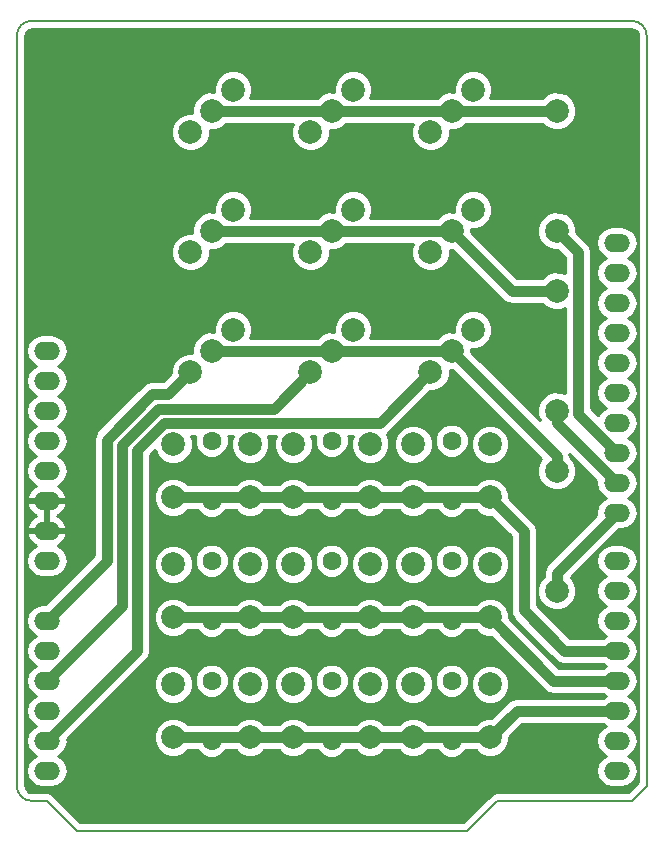
<source format=gbr>
G04 #@! TF.FileFunction,Copper,L1,Top,Signal*
%FSLAX46Y46*%
G04 Gerber Fmt 4.6, Leading zero omitted, Abs format (unit mm)*
G04 Created by KiCad (PCBNEW 4.0.5) date 02/22/17 23:16:55*
%MOMM*%
%LPD*%
G01*
G04 APERTURE LIST*
%ADD10C,0.100000*%
%ADD11C,0.150000*%
%ADD12C,0.620000*%
%ADD13C,2.000000*%
%ADD14C,1.600000*%
%ADD15O,2.199640X1.524000*%
%ADD16O,2.197100X1.524000*%
%ADD17C,0.950000*%
%ADD18C,0.254000*%
G04 APERTURE END LIST*
D10*
D11*
X102870000Y-128270000D02*
X102870000Y-64770000D01*
X49530000Y-64770000D02*
X49530000Y-128270000D01*
X54610000Y-132080000D02*
X87630000Y-132080000D01*
X54610000Y-132080000D02*
X52070000Y-129540000D01*
X52070000Y-129540000D02*
X50800000Y-129540000D01*
X101600000Y-129540000D02*
X90170000Y-129540000D01*
X90170000Y-129540000D02*
X87630000Y-132080000D01*
X102870000Y-128270000D02*
X101600000Y-129540000D01*
X102870000Y-64770000D02*
G75*
G03X101600000Y-63500000I-1270000J0D01*
G01*
X50800000Y-63500000D02*
X101600000Y-63500000D01*
X50800000Y-63500000D02*
G75*
G03X49530000Y-64770000I0J-1270000D01*
G01*
X49530000Y-128270000D02*
G75*
G03X50800000Y-129540000I1270000J0D01*
G01*
D12*
X87122000Y-130937000D03*
X76200000Y-117602000D03*
X95504000Y-88392000D03*
X97282000Y-101727000D03*
X87630000Y-94869000D03*
X89662000Y-92583000D03*
X73152000Y-117602000D03*
X76200000Y-101727000D03*
X73152000Y-101727000D03*
X55118000Y-130937000D03*
X101092000Y-128524000D03*
X72644000Y-122174000D03*
X66040000Y-111887000D03*
X69596000Y-122174000D03*
X61849000Y-93472000D03*
X50673000Y-64643000D03*
X83185000Y-89916000D03*
X72898000Y-89916000D03*
X55626000Y-108585000D03*
X50673000Y-128397000D03*
X76200000Y-107442000D03*
X66040000Y-107442000D03*
X73152000Y-111887000D03*
X83312000Y-107442000D03*
X73152000Y-107442000D03*
X98806000Y-118110000D03*
X86360000Y-107442000D03*
X86360000Y-101600000D03*
X83312000Y-101600000D03*
X101727000Y-64643000D03*
X95504000Y-84328000D03*
X86360000Y-111760000D03*
X89662000Y-72644000D03*
X83312000Y-111760000D03*
X93853000Y-110617000D03*
X86360000Y-117602000D03*
X76200000Y-111887000D03*
X66040000Y-117602000D03*
X71120000Y-99060000D03*
X66040000Y-101727000D03*
X62992000Y-101727000D03*
X98679000Y-96266000D03*
X93345000Y-96266000D03*
X84709000Y-97790000D03*
X81280000Y-99060000D03*
X98552000Y-110744000D03*
X80391000Y-122555000D03*
D13*
X66040000Y-71120000D03*
X64243949Y-72916051D03*
X67836051Y-69323949D03*
X76200000Y-71120000D03*
X74403949Y-72916051D03*
X77996051Y-69323949D03*
X86360000Y-71120000D03*
X84563949Y-72916051D03*
X88156051Y-69323949D03*
X66040000Y-81280000D03*
X64243949Y-83076051D03*
X67836051Y-79483949D03*
X76200000Y-81280000D03*
X74403949Y-83076051D03*
X77996051Y-79483949D03*
X86360000Y-81280000D03*
X84563949Y-83076051D03*
X88156051Y-79483949D03*
X66040000Y-91440000D03*
X64243949Y-93236051D03*
X67836051Y-89643949D03*
X76200000Y-91440000D03*
X74403949Y-93236051D03*
X77996051Y-89643949D03*
X86360000Y-91440000D03*
X84563949Y-93236051D03*
X88156051Y-89643949D03*
X95250000Y-81280000D03*
X95250000Y-71120000D03*
X95250000Y-96520000D03*
X95250000Y-86360000D03*
X95250000Y-111760000D03*
X95250000Y-101600000D03*
X79450000Y-99350000D03*
X72950000Y-103850000D03*
X79450000Y-103850000D03*
X72950000Y-99350000D03*
D14*
X76200000Y-104140000D03*
X76200000Y-99060000D03*
D13*
X69290000Y-99350000D03*
X62790000Y-103850000D03*
X69290000Y-103850000D03*
X62790000Y-99350000D03*
D14*
X66040000Y-104140000D03*
X66040000Y-99060000D03*
D13*
X89610000Y-99350000D03*
X83110000Y-103850000D03*
X89610000Y-103850000D03*
X83110000Y-99350000D03*
D14*
X86360000Y-104140000D03*
X86360000Y-99060000D03*
D13*
X69290000Y-109510000D03*
X62790000Y-114010000D03*
X69290000Y-114010000D03*
X62790000Y-109510000D03*
D14*
X66040000Y-114300000D03*
X66040000Y-109220000D03*
D13*
X79450000Y-109510000D03*
X72950000Y-114010000D03*
X79450000Y-114010000D03*
X72950000Y-109510000D03*
D14*
X76200000Y-114300000D03*
X76200000Y-109220000D03*
D13*
X89610000Y-109510000D03*
X83110000Y-114010000D03*
X89610000Y-114010000D03*
X83110000Y-109510000D03*
D14*
X86360000Y-114300000D03*
X86360000Y-109220000D03*
D13*
X69290000Y-119670000D03*
X62790000Y-124170000D03*
X69290000Y-124170000D03*
X62790000Y-119670000D03*
D14*
X66040000Y-124460000D03*
X66040000Y-119380000D03*
D13*
X79450000Y-119670000D03*
X72950000Y-124170000D03*
X79450000Y-124170000D03*
X72950000Y-119670000D03*
D14*
X76200000Y-124460000D03*
X76200000Y-119380000D03*
D13*
X89610000Y-119670000D03*
X83110000Y-124170000D03*
X89610000Y-124170000D03*
X83110000Y-119670000D03*
D14*
X86360000Y-124460000D03*
X86360000Y-119380000D03*
D15*
X52070000Y-91440000D03*
X52070000Y-93980000D03*
X52070000Y-96520000D03*
X52070000Y-99060000D03*
X52070000Y-101600000D03*
X52070000Y-104140000D03*
X52070000Y-106680000D03*
X52070000Y-109220000D03*
X52070000Y-114300000D03*
X52070000Y-116840000D03*
X52070000Y-119380000D03*
X52070000Y-121920000D03*
X52070000Y-124460000D03*
X52070000Y-127000000D03*
D16*
X100330000Y-127000000D03*
X100330000Y-124460000D03*
X100330000Y-121920000D03*
X100330000Y-119380000D03*
X100330000Y-116840000D03*
X100330000Y-114300000D03*
X100330000Y-111760000D03*
X100330000Y-109220000D03*
X100330000Y-105156000D03*
X100330000Y-102616000D03*
X100330000Y-100076000D03*
X100330000Y-97536000D03*
X100330000Y-94996000D03*
X100330000Y-92456000D03*
X100330000Y-89916000D03*
X100330000Y-87378540D03*
X100330000Y-84836000D03*
X100330000Y-82296000D03*
D12*
X83439000Y-117729000D03*
D17*
X66040000Y-71120000D02*
X76200000Y-71120000D01*
X76200000Y-71120000D02*
X86360000Y-71120000D01*
X86360000Y-71120000D02*
X95250000Y-71120000D01*
X66040000Y-81280000D02*
X76200000Y-81280000D01*
X76200000Y-81280000D02*
X86360000Y-81280000D01*
X86360000Y-81280000D02*
X91440000Y-86360000D01*
X91440000Y-86360000D02*
X95250000Y-86360000D01*
X66040000Y-91440000D02*
X76200000Y-91440000D01*
X76200000Y-91440000D02*
X86360000Y-91440000D01*
X86360000Y-91440000D02*
X95250000Y-100330000D01*
X95250000Y-100330000D02*
X95250000Y-101600000D01*
X62344004Y-95135996D02*
X60981884Y-95135996D01*
X64243949Y-93236051D02*
X62344004Y-95135996D01*
X57150000Y-109220000D02*
X52070000Y-114300000D01*
X57150000Y-98967880D02*
X57150000Y-109220000D01*
X60981884Y-95135996D02*
X57150000Y-98967880D01*
X61478942Y-96335998D02*
X58420000Y-99394940D01*
X71304002Y-96335998D02*
X61478942Y-96335998D01*
X74403949Y-93236051D02*
X71304002Y-96335998D01*
X58420000Y-113030000D02*
X52070000Y-119380000D01*
X58420000Y-99394940D02*
X58420000Y-113030000D01*
X61976000Y-97536000D02*
X59690000Y-99822000D01*
X80264000Y-97536000D02*
X61976000Y-97536000D01*
X84563949Y-93236051D02*
X80264000Y-97536000D01*
X59690000Y-116840000D02*
X52070000Y-124460000D01*
X59690000Y-99822000D02*
X59690000Y-116840000D01*
X89610000Y-103850000D02*
X92456000Y-106696000D01*
X95885000Y-116840000D02*
X100330000Y-116840000D01*
X92456000Y-113411000D02*
X95885000Y-116840000D01*
X92456000Y-106696000D02*
X92456000Y-113411000D01*
X79450000Y-103850000D02*
X83110000Y-103850000D01*
X83110000Y-103850000D02*
X86070000Y-103850000D01*
X86070000Y-103850000D02*
X89610000Y-103850000D01*
X69290000Y-103850000D02*
X72950000Y-103850000D01*
X72950000Y-103850000D02*
X75910000Y-103850000D01*
X75910000Y-103850000D02*
X79450000Y-103850000D01*
X62790000Y-103850000D02*
X65750000Y-103850000D01*
X65750000Y-103850000D02*
X69290000Y-103850000D01*
X89610000Y-114010000D02*
X94980000Y-119380000D01*
X94980000Y-119380000D02*
X100330000Y-119380000D01*
X79450000Y-114010000D02*
X83110000Y-114010000D01*
X83110000Y-114010000D02*
X86070000Y-114010000D01*
X86070000Y-114010000D02*
X89610000Y-114010000D01*
X69290000Y-114010000D02*
X72950000Y-114010000D01*
X72950000Y-114010000D02*
X75910000Y-114010000D01*
X75910000Y-114010000D02*
X79450000Y-114010000D01*
X62790000Y-114010000D02*
X65750000Y-114010000D01*
X65750000Y-114010000D02*
X69290000Y-114010000D01*
X89610000Y-124170000D02*
X91860000Y-121920000D01*
X91860000Y-121920000D02*
X100330000Y-121920000D01*
X79450000Y-124170000D02*
X83110000Y-124170000D01*
X83110000Y-124170000D02*
X86070000Y-124170000D01*
X86070000Y-124170000D02*
X89610000Y-124170000D01*
X69290000Y-124170000D02*
X72950000Y-124170000D01*
X72950000Y-124170000D02*
X75910000Y-124170000D01*
X75910000Y-124170000D02*
X79450000Y-124170000D01*
X62790000Y-124170000D02*
X65750000Y-124170000D01*
X65750000Y-124170000D02*
X69290000Y-124170000D01*
X100330000Y-100076000D02*
X97028000Y-96774000D01*
X97028000Y-83058000D02*
X95250000Y-81280000D01*
X97028000Y-96774000D02*
X97028000Y-83058000D01*
X100330000Y-102616000D02*
X95250000Y-97536000D01*
X95250000Y-97536000D02*
X95250000Y-96520000D01*
X95250000Y-111760000D02*
X95250000Y-110236000D01*
X95250000Y-110236000D02*
X100330000Y-105156000D01*
D18*
G36*
X101808979Y-64265478D02*
X101986145Y-64383856D01*
X102104521Y-64561019D01*
X102160000Y-64839931D01*
X102160000Y-127975908D01*
X101305908Y-128830000D01*
X90170000Y-128830000D01*
X89898295Y-128884046D01*
X89667954Y-129037954D01*
X89667952Y-129037957D01*
X87335908Y-131370000D01*
X54904091Y-131370000D01*
X52572046Y-129037954D01*
X52341705Y-128884046D01*
X52070000Y-128830000D01*
X50869931Y-128830000D01*
X50591019Y-128774521D01*
X50413856Y-128656145D01*
X50295478Y-128478979D01*
X50240000Y-128200070D01*
X50240000Y-114300000D01*
X50301193Y-114300000D01*
X50407533Y-114834609D01*
X50710365Y-115287828D01*
X51132664Y-115570000D01*
X50710365Y-115852172D01*
X50407533Y-116305391D01*
X50301193Y-116840000D01*
X50407533Y-117374609D01*
X50710365Y-117827828D01*
X51132664Y-118110000D01*
X50710365Y-118392172D01*
X50407533Y-118845391D01*
X50301193Y-119380000D01*
X50407533Y-119914609D01*
X50710365Y-120367828D01*
X51132664Y-120650000D01*
X50710365Y-120932172D01*
X50407533Y-121385391D01*
X50301193Y-121920000D01*
X50407533Y-122454609D01*
X50710365Y-122907828D01*
X51132664Y-123190000D01*
X50710365Y-123472172D01*
X50407533Y-123925391D01*
X50301193Y-124460000D01*
X50407533Y-124994609D01*
X50710365Y-125447828D01*
X51132664Y-125730000D01*
X50710365Y-126012172D01*
X50407533Y-126465391D01*
X50301193Y-127000000D01*
X50407533Y-127534609D01*
X50710365Y-127987828D01*
X51163584Y-128290660D01*
X51698193Y-128397000D01*
X52441807Y-128397000D01*
X52976416Y-128290660D01*
X53429635Y-127987828D01*
X53732467Y-127534609D01*
X53838807Y-127000000D01*
X53732467Y-126465391D01*
X53429635Y-126012172D01*
X53007336Y-125730000D01*
X53429635Y-125447828D01*
X53732467Y-124994609D01*
X53838807Y-124460000D01*
X53805786Y-124293992D01*
X58105982Y-119993795D01*
X61154716Y-119993795D01*
X61403106Y-120594943D01*
X61862637Y-121055278D01*
X62463352Y-121304716D01*
X63113795Y-121305284D01*
X63714943Y-121056894D01*
X64175278Y-120597363D01*
X64424716Y-119996648D01*
X64425006Y-119664187D01*
X64604752Y-119664187D01*
X64822757Y-120191800D01*
X65226077Y-120595824D01*
X65753309Y-120814750D01*
X66324187Y-120815248D01*
X66851800Y-120597243D01*
X67255824Y-120193923D01*
X67338924Y-119993795D01*
X67654716Y-119993795D01*
X67903106Y-120594943D01*
X68362637Y-121055278D01*
X68963352Y-121304716D01*
X69613795Y-121305284D01*
X70214943Y-121056894D01*
X70675278Y-120597363D01*
X70924716Y-119996648D01*
X70924718Y-119993795D01*
X71314716Y-119993795D01*
X71563106Y-120594943D01*
X72022637Y-121055278D01*
X72623352Y-121304716D01*
X73273795Y-121305284D01*
X73874943Y-121056894D01*
X74335278Y-120597363D01*
X74584716Y-119996648D01*
X74585006Y-119664187D01*
X74764752Y-119664187D01*
X74982757Y-120191800D01*
X75386077Y-120595824D01*
X75913309Y-120814750D01*
X76484187Y-120815248D01*
X77011800Y-120597243D01*
X77415824Y-120193923D01*
X77498924Y-119993795D01*
X77814716Y-119993795D01*
X78063106Y-120594943D01*
X78522637Y-121055278D01*
X79123352Y-121304716D01*
X79773795Y-121305284D01*
X80374943Y-121056894D01*
X80835278Y-120597363D01*
X81084716Y-119996648D01*
X81084718Y-119993795D01*
X81474716Y-119993795D01*
X81723106Y-120594943D01*
X82182637Y-121055278D01*
X82783352Y-121304716D01*
X83433795Y-121305284D01*
X84034943Y-121056894D01*
X84495278Y-120597363D01*
X84744716Y-119996648D01*
X84745006Y-119664187D01*
X84924752Y-119664187D01*
X85142757Y-120191800D01*
X85546077Y-120595824D01*
X86073309Y-120814750D01*
X86644187Y-120815248D01*
X87171800Y-120597243D01*
X87575824Y-120193923D01*
X87658924Y-119993795D01*
X87974716Y-119993795D01*
X88223106Y-120594943D01*
X88682637Y-121055278D01*
X89283352Y-121304716D01*
X89933795Y-121305284D01*
X90534943Y-121056894D01*
X90995278Y-120597363D01*
X91244716Y-119996648D01*
X91245284Y-119346205D01*
X90996894Y-118745057D01*
X90537363Y-118284722D01*
X89936648Y-118035284D01*
X89286205Y-118034716D01*
X88685057Y-118283106D01*
X88224722Y-118742637D01*
X87975284Y-119343352D01*
X87974716Y-119993795D01*
X87658924Y-119993795D01*
X87794750Y-119666691D01*
X87795248Y-119095813D01*
X87577243Y-118568200D01*
X87173923Y-118164176D01*
X86646691Y-117945250D01*
X86075813Y-117944752D01*
X85548200Y-118162757D01*
X85144176Y-118566077D01*
X84925250Y-119093309D01*
X84924752Y-119664187D01*
X84745006Y-119664187D01*
X84745284Y-119346205D01*
X84496894Y-118745057D01*
X84037363Y-118284722D01*
X83436648Y-118035284D01*
X82786205Y-118034716D01*
X82185057Y-118283106D01*
X81724722Y-118742637D01*
X81475284Y-119343352D01*
X81474716Y-119993795D01*
X81084718Y-119993795D01*
X81085284Y-119346205D01*
X80836894Y-118745057D01*
X80377363Y-118284722D01*
X79776648Y-118035284D01*
X79126205Y-118034716D01*
X78525057Y-118283106D01*
X78064722Y-118742637D01*
X77815284Y-119343352D01*
X77814716Y-119993795D01*
X77498924Y-119993795D01*
X77634750Y-119666691D01*
X77635248Y-119095813D01*
X77417243Y-118568200D01*
X77013923Y-118164176D01*
X76486691Y-117945250D01*
X75915813Y-117944752D01*
X75388200Y-118162757D01*
X74984176Y-118566077D01*
X74765250Y-119093309D01*
X74764752Y-119664187D01*
X74585006Y-119664187D01*
X74585284Y-119346205D01*
X74336894Y-118745057D01*
X73877363Y-118284722D01*
X73276648Y-118035284D01*
X72626205Y-118034716D01*
X72025057Y-118283106D01*
X71564722Y-118742637D01*
X71315284Y-119343352D01*
X71314716Y-119993795D01*
X70924718Y-119993795D01*
X70925284Y-119346205D01*
X70676894Y-118745057D01*
X70217363Y-118284722D01*
X69616648Y-118035284D01*
X68966205Y-118034716D01*
X68365057Y-118283106D01*
X67904722Y-118742637D01*
X67655284Y-119343352D01*
X67654716Y-119993795D01*
X67338924Y-119993795D01*
X67474750Y-119666691D01*
X67475248Y-119095813D01*
X67257243Y-118568200D01*
X66853923Y-118164176D01*
X66326691Y-117945250D01*
X65755813Y-117944752D01*
X65228200Y-118162757D01*
X64824176Y-118566077D01*
X64605250Y-119093309D01*
X64604752Y-119664187D01*
X64425006Y-119664187D01*
X64425284Y-119346205D01*
X64176894Y-118745057D01*
X63717363Y-118284722D01*
X63116648Y-118035284D01*
X62466205Y-118034716D01*
X61865057Y-118283106D01*
X61404722Y-118742637D01*
X61155284Y-119343352D01*
X61154716Y-119993795D01*
X58105982Y-119993795D01*
X60474886Y-117624891D01*
X60474889Y-117624889D01*
X60715506Y-117264779D01*
X60800000Y-116840000D01*
X60800000Y-109833795D01*
X61154716Y-109833795D01*
X61403106Y-110434943D01*
X61862637Y-110895278D01*
X62463352Y-111144716D01*
X63113795Y-111145284D01*
X63714943Y-110896894D01*
X64175278Y-110437363D01*
X64424716Y-109836648D01*
X64425006Y-109504187D01*
X64604752Y-109504187D01*
X64822757Y-110031800D01*
X65226077Y-110435824D01*
X65753309Y-110654750D01*
X66324187Y-110655248D01*
X66851800Y-110437243D01*
X67255824Y-110033923D01*
X67338924Y-109833795D01*
X67654716Y-109833795D01*
X67903106Y-110434943D01*
X68362637Y-110895278D01*
X68963352Y-111144716D01*
X69613795Y-111145284D01*
X70214943Y-110896894D01*
X70675278Y-110437363D01*
X70924716Y-109836648D01*
X70924718Y-109833795D01*
X71314716Y-109833795D01*
X71563106Y-110434943D01*
X72022637Y-110895278D01*
X72623352Y-111144716D01*
X73273795Y-111145284D01*
X73874943Y-110896894D01*
X74335278Y-110437363D01*
X74584716Y-109836648D01*
X74585006Y-109504187D01*
X74764752Y-109504187D01*
X74982757Y-110031800D01*
X75386077Y-110435824D01*
X75913309Y-110654750D01*
X76484187Y-110655248D01*
X77011800Y-110437243D01*
X77415824Y-110033923D01*
X77498924Y-109833795D01*
X77814716Y-109833795D01*
X78063106Y-110434943D01*
X78522637Y-110895278D01*
X79123352Y-111144716D01*
X79773795Y-111145284D01*
X80374943Y-110896894D01*
X80835278Y-110437363D01*
X81084716Y-109836648D01*
X81084718Y-109833795D01*
X81474716Y-109833795D01*
X81723106Y-110434943D01*
X82182637Y-110895278D01*
X82783352Y-111144716D01*
X83433795Y-111145284D01*
X84034943Y-110896894D01*
X84495278Y-110437363D01*
X84744716Y-109836648D01*
X84745006Y-109504187D01*
X84924752Y-109504187D01*
X85142757Y-110031800D01*
X85546077Y-110435824D01*
X86073309Y-110654750D01*
X86644187Y-110655248D01*
X87171800Y-110437243D01*
X87575824Y-110033923D01*
X87658924Y-109833795D01*
X87974716Y-109833795D01*
X88223106Y-110434943D01*
X88682637Y-110895278D01*
X89283352Y-111144716D01*
X89933795Y-111145284D01*
X90534943Y-110896894D01*
X90995278Y-110437363D01*
X91244716Y-109836648D01*
X91245284Y-109186205D01*
X90996894Y-108585057D01*
X90537363Y-108124722D01*
X89936648Y-107875284D01*
X89286205Y-107874716D01*
X88685057Y-108123106D01*
X88224722Y-108582637D01*
X87975284Y-109183352D01*
X87974716Y-109833795D01*
X87658924Y-109833795D01*
X87794750Y-109506691D01*
X87795248Y-108935813D01*
X87577243Y-108408200D01*
X87173923Y-108004176D01*
X86646691Y-107785250D01*
X86075813Y-107784752D01*
X85548200Y-108002757D01*
X85144176Y-108406077D01*
X84925250Y-108933309D01*
X84924752Y-109504187D01*
X84745006Y-109504187D01*
X84745284Y-109186205D01*
X84496894Y-108585057D01*
X84037363Y-108124722D01*
X83436648Y-107875284D01*
X82786205Y-107874716D01*
X82185057Y-108123106D01*
X81724722Y-108582637D01*
X81475284Y-109183352D01*
X81474716Y-109833795D01*
X81084718Y-109833795D01*
X81085284Y-109186205D01*
X80836894Y-108585057D01*
X80377363Y-108124722D01*
X79776648Y-107875284D01*
X79126205Y-107874716D01*
X78525057Y-108123106D01*
X78064722Y-108582637D01*
X77815284Y-109183352D01*
X77814716Y-109833795D01*
X77498924Y-109833795D01*
X77634750Y-109506691D01*
X77635248Y-108935813D01*
X77417243Y-108408200D01*
X77013923Y-108004176D01*
X76486691Y-107785250D01*
X75915813Y-107784752D01*
X75388200Y-108002757D01*
X74984176Y-108406077D01*
X74765250Y-108933309D01*
X74764752Y-109504187D01*
X74585006Y-109504187D01*
X74585284Y-109186205D01*
X74336894Y-108585057D01*
X73877363Y-108124722D01*
X73276648Y-107875284D01*
X72626205Y-107874716D01*
X72025057Y-108123106D01*
X71564722Y-108582637D01*
X71315284Y-109183352D01*
X71314716Y-109833795D01*
X70924718Y-109833795D01*
X70925284Y-109186205D01*
X70676894Y-108585057D01*
X70217363Y-108124722D01*
X69616648Y-107875284D01*
X68966205Y-107874716D01*
X68365057Y-108123106D01*
X67904722Y-108582637D01*
X67655284Y-109183352D01*
X67654716Y-109833795D01*
X67338924Y-109833795D01*
X67474750Y-109506691D01*
X67475248Y-108935813D01*
X67257243Y-108408200D01*
X66853923Y-108004176D01*
X66326691Y-107785250D01*
X65755813Y-107784752D01*
X65228200Y-108002757D01*
X64824176Y-108406077D01*
X64605250Y-108933309D01*
X64604752Y-109504187D01*
X64425006Y-109504187D01*
X64425284Y-109186205D01*
X64176894Y-108585057D01*
X63717363Y-108124722D01*
X63116648Y-107875284D01*
X62466205Y-107874716D01*
X61865057Y-108123106D01*
X61404722Y-108582637D01*
X61155284Y-109183352D01*
X61154716Y-109833795D01*
X60800000Y-109833795D01*
X60800000Y-104173795D01*
X61154716Y-104173795D01*
X61403106Y-104774943D01*
X61862637Y-105235278D01*
X62463352Y-105484716D01*
X63113795Y-105485284D01*
X63714943Y-105236894D01*
X63992321Y-104960000D01*
X64830943Y-104960000D01*
X65226077Y-105355824D01*
X65753309Y-105574750D01*
X66324187Y-105575248D01*
X66851800Y-105357243D01*
X67249736Y-104960000D01*
X68087840Y-104960000D01*
X68362637Y-105235278D01*
X68963352Y-105484716D01*
X69613795Y-105485284D01*
X70214943Y-105236894D01*
X70492321Y-104960000D01*
X71747840Y-104960000D01*
X72022637Y-105235278D01*
X72623352Y-105484716D01*
X73273795Y-105485284D01*
X73874943Y-105236894D01*
X74152321Y-104960000D01*
X74990943Y-104960000D01*
X75386077Y-105355824D01*
X75913309Y-105574750D01*
X76484187Y-105575248D01*
X77011800Y-105357243D01*
X77409736Y-104960000D01*
X78247840Y-104960000D01*
X78522637Y-105235278D01*
X79123352Y-105484716D01*
X79773795Y-105485284D01*
X80374943Y-105236894D01*
X80652321Y-104960000D01*
X81907840Y-104960000D01*
X82182637Y-105235278D01*
X82783352Y-105484716D01*
X83433795Y-105485284D01*
X84034943Y-105236894D01*
X84312321Y-104960000D01*
X85150943Y-104960000D01*
X85546077Y-105355824D01*
X86073309Y-105574750D01*
X86644187Y-105575248D01*
X87171800Y-105357243D01*
X87569736Y-104960000D01*
X88407840Y-104960000D01*
X88682637Y-105235278D01*
X89283352Y-105484716D01*
X89675281Y-105485058D01*
X91346000Y-107155777D01*
X91346000Y-113410995D01*
X91345999Y-113411000D01*
X91400174Y-113683352D01*
X91430494Y-113835779D01*
X91633767Y-114140000D01*
X91671111Y-114195889D01*
X95100109Y-117624886D01*
X95100111Y-117624889D01*
X95460221Y-117865506D01*
X95885000Y-117950000D01*
X99154503Y-117950000D01*
X99393959Y-118110000D01*
X99154503Y-118270000D01*
X95439777Y-118270000D01*
X91244944Y-114075166D01*
X91245284Y-113686205D01*
X90996894Y-113085057D01*
X90537363Y-112624722D01*
X89936648Y-112375284D01*
X89286205Y-112374716D01*
X88685057Y-112623106D01*
X88407679Y-112900000D01*
X86730378Y-112900000D01*
X86646691Y-112865250D01*
X86075813Y-112864752D01*
X85990506Y-112900000D01*
X84312160Y-112900000D01*
X84037363Y-112624722D01*
X83436648Y-112375284D01*
X82786205Y-112374716D01*
X82185057Y-112623106D01*
X81907679Y-112900000D01*
X80652160Y-112900000D01*
X80377363Y-112624722D01*
X79776648Y-112375284D01*
X79126205Y-112374716D01*
X78525057Y-112623106D01*
X78247679Y-112900000D01*
X76570378Y-112900000D01*
X76486691Y-112865250D01*
X75915813Y-112864752D01*
X75830506Y-112900000D01*
X74152160Y-112900000D01*
X73877363Y-112624722D01*
X73276648Y-112375284D01*
X72626205Y-112374716D01*
X72025057Y-112623106D01*
X71747679Y-112900000D01*
X70492160Y-112900000D01*
X70217363Y-112624722D01*
X69616648Y-112375284D01*
X68966205Y-112374716D01*
X68365057Y-112623106D01*
X68087679Y-112900000D01*
X66410378Y-112900000D01*
X66326691Y-112865250D01*
X65755813Y-112864752D01*
X65670506Y-112900000D01*
X63992160Y-112900000D01*
X63717363Y-112624722D01*
X63116648Y-112375284D01*
X62466205Y-112374716D01*
X61865057Y-112623106D01*
X61404722Y-113082637D01*
X61155284Y-113683352D01*
X61154716Y-114333795D01*
X61403106Y-114934943D01*
X61862637Y-115395278D01*
X62463352Y-115644716D01*
X63113795Y-115645284D01*
X63714943Y-115396894D01*
X63992321Y-115120000D01*
X64830943Y-115120000D01*
X65226077Y-115515824D01*
X65753309Y-115734750D01*
X66324187Y-115735248D01*
X66851800Y-115517243D01*
X67249736Y-115120000D01*
X68087840Y-115120000D01*
X68362637Y-115395278D01*
X68963352Y-115644716D01*
X69613795Y-115645284D01*
X70214943Y-115396894D01*
X70492321Y-115120000D01*
X71747840Y-115120000D01*
X72022637Y-115395278D01*
X72623352Y-115644716D01*
X73273795Y-115645284D01*
X73874943Y-115396894D01*
X74152321Y-115120000D01*
X74990943Y-115120000D01*
X75386077Y-115515824D01*
X75913309Y-115734750D01*
X76484187Y-115735248D01*
X77011800Y-115517243D01*
X77409736Y-115120000D01*
X78247840Y-115120000D01*
X78522637Y-115395278D01*
X79123352Y-115644716D01*
X79773795Y-115645284D01*
X80374943Y-115396894D01*
X80652321Y-115120000D01*
X81907840Y-115120000D01*
X82182637Y-115395278D01*
X82783352Y-115644716D01*
X83433795Y-115645284D01*
X84034943Y-115396894D01*
X84312321Y-115120000D01*
X85150943Y-115120000D01*
X85546077Y-115515824D01*
X86073309Y-115734750D01*
X86644187Y-115735248D01*
X87171800Y-115517243D01*
X87569736Y-115120000D01*
X88407840Y-115120000D01*
X88682637Y-115395278D01*
X89283352Y-115644716D01*
X89675280Y-115645058D01*
X94195109Y-120164886D01*
X94195111Y-120164889D01*
X94555221Y-120405506D01*
X94625697Y-120419525D01*
X94980000Y-120490001D01*
X94980005Y-120490000D01*
X99154503Y-120490000D01*
X99393959Y-120650000D01*
X99154503Y-120810000D01*
X91860005Y-120810000D01*
X91860000Y-120809999D01*
X91435222Y-120894493D01*
X91315729Y-120974336D01*
X91075111Y-121135111D01*
X91075109Y-121135114D01*
X89675167Y-122535056D01*
X89286205Y-122534716D01*
X88685057Y-122783106D01*
X88407679Y-123060000D01*
X86730378Y-123060000D01*
X86646691Y-123025250D01*
X86075813Y-123024752D01*
X85990506Y-123060000D01*
X84312160Y-123060000D01*
X84037363Y-122784722D01*
X83436648Y-122535284D01*
X82786205Y-122534716D01*
X82185057Y-122783106D01*
X81907679Y-123060000D01*
X80652160Y-123060000D01*
X80377363Y-122784722D01*
X79776648Y-122535284D01*
X79126205Y-122534716D01*
X78525057Y-122783106D01*
X78247679Y-123060000D01*
X76570378Y-123060000D01*
X76486691Y-123025250D01*
X75915813Y-123024752D01*
X75830506Y-123060000D01*
X74152160Y-123060000D01*
X73877363Y-122784722D01*
X73276648Y-122535284D01*
X72626205Y-122534716D01*
X72025057Y-122783106D01*
X71747679Y-123060000D01*
X70492160Y-123060000D01*
X70217363Y-122784722D01*
X69616648Y-122535284D01*
X68966205Y-122534716D01*
X68365057Y-122783106D01*
X68087679Y-123060000D01*
X66410378Y-123060000D01*
X66326691Y-123025250D01*
X65755813Y-123024752D01*
X65670506Y-123060000D01*
X63992160Y-123060000D01*
X63717363Y-122784722D01*
X63116648Y-122535284D01*
X62466205Y-122534716D01*
X61865057Y-122783106D01*
X61404722Y-123242637D01*
X61155284Y-123843352D01*
X61154716Y-124493795D01*
X61403106Y-125094943D01*
X61862637Y-125555278D01*
X62463352Y-125804716D01*
X63113795Y-125805284D01*
X63714943Y-125556894D01*
X63992321Y-125280000D01*
X64830943Y-125280000D01*
X65226077Y-125675824D01*
X65753309Y-125894750D01*
X66324187Y-125895248D01*
X66851800Y-125677243D01*
X67249736Y-125280000D01*
X68087840Y-125280000D01*
X68362637Y-125555278D01*
X68963352Y-125804716D01*
X69613795Y-125805284D01*
X70214943Y-125556894D01*
X70492321Y-125280000D01*
X71747840Y-125280000D01*
X72022637Y-125555278D01*
X72623352Y-125804716D01*
X73273795Y-125805284D01*
X73874943Y-125556894D01*
X74152321Y-125280000D01*
X74990943Y-125280000D01*
X75386077Y-125675824D01*
X75913309Y-125894750D01*
X76484187Y-125895248D01*
X77011800Y-125677243D01*
X77409736Y-125280000D01*
X78247840Y-125280000D01*
X78522637Y-125555278D01*
X79123352Y-125804716D01*
X79773795Y-125805284D01*
X80374943Y-125556894D01*
X80652321Y-125280000D01*
X81907840Y-125280000D01*
X82182637Y-125555278D01*
X82783352Y-125804716D01*
X83433795Y-125805284D01*
X84034943Y-125556894D01*
X84312321Y-125280000D01*
X85150943Y-125280000D01*
X85546077Y-125675824D01*
X86073309Y-125894750D01*
X86644187Y-125895248D01*
X87171800Y-125677243D01*
X87569736Y-125280000D01*
X88407840Y-125280000D01*
X88682637Y-125555278D01*
X89283352Y-125804716D01*
X89933795Y-125805284D01*
X90534943Y-125556894D01*
X90995278Y-125097363D01*
X91244716Y-124496648D01*
X91245058Y-124104719D01*
X92319777Y-123030000D01*
X99154503Y-123030000D01*
X99393959Y-123190000D01*
X98971660Y-123472172D01*
X98668828Y-123925391D01*
X98562488Y-124460000D01*
X98668828Y-124994609D01*
X98971660Y-125447828D01*
X99393959Y-125730000D01*
X98971660Y-126012172D01*
X98668828Y-126465391D01*
X98562488Y-127000000D01*
X98668828Y-127534609D01*
X98971660Y-127987828D01*
X99424879Y-128290660D01*
X99959488Y-128397000D01*
X100700512Y-128397000D01*
X101235121Y-128290660D01*
X101688340Y-127987828D01*
X101991172Y-127534609D01*
X102097512Y-127000000D01*
X101991172Y-126465391D01*
X101688340Y-126012172D01*
X101266041Y-125730000D01*
X101688340Y-125447828D01*
X101991172Y-124994609D01*
X102097512Y-124460000D01*
X101991172Y-123925391D01*
X101688340Y-123472172D01*
X101266041Y-123190000D01*
X101688340Y-122907828D01*
X101991172Y-122454609D01*
X102097512Y-121920000D01*
X101991172Y-121385391D01*
X101688340Y-120932172D01*
X101266041Y-120650000D01*
X101688340Y-120367828D01*
X101991172Y-119914609D01*
X102097512Y-119380000D01*
X101991172Y-118845391D01*
X101688340Y-118392172D01*
X101266041Y-118110000D01*
X101688340Y-117827828D01*
X101991172Y-117374609D01*
X102097512Y-116840000D01*
X101991172Y-116305391D01*
X101688340Y-115852172D01*
X101266041Y-115570000D01*
X101688340Y-115287828D01*
X101991172Y-114834609D01*
X102097512Y-114300000D01*
X101991172Y-113765391D01*
X101688340Y-113312172D01*
X101266041Y-113030000D01*
X101688340Y-112747828D01*
X101991172Y-112294609D01*
X102097512Y-111760000D01*
X101991172Y-111225391D01*
X101688340Y-110772172D01*
X101266041Y-110490000D01*
X101688340Y-110207828D01*
X101991172Y-109754609D01*
X102097512Y-109220000D01*
X101991172Y-108685391D01*
X101688340Y-108232172D01*
X101235121Y-107929340D01*
X100700512Y-107823000D01*
X99959488Y-107823000D01*
X99424879Y-107929340D01*
X98971660Y-108232172D01*
X98668828Y-108685391D01*
X98562488Y-109220000D01*
X98668828Y-109754609D01*
X98971660Y-110207828D01*
X99393959Y-110490000D01*
X98971660Y-110772172D01*
X98668828Y-111225391D01*
X98562488Y-111760000D01*
X98668828Y-112294609D01*
X98971660Y-112747828D01*
X99393959Y-113030000D01*
X98971660Y-113312172D01*
X98668828Y-113765391D01*
X98562488Y-114300000D01*
X98668828Y-114834609D01*
X98971660Y-115287828D01*
X99393959Y-115570000D01*
X99154503Y-115730000D01*
X96344777Y-115730000D01*
X93566000Y-112951222D01*
X93566000Y-106696005D01*
X93566001Y-106696000D01*
X93481507Y-106271222D01*
X93260785Y-105940888D01*
X93240889Y-105911111D01*
X93240886Y-105911109D01*
X91244944Y-103915167D01*
X91245284Y-103526205D01*
X90996894Y-102925057D01*
X90537363Y-102464722D01*
X89936648Y-102215284D01*
X89286205Y-102214716D01*
X88685057Y-102463106D01*
X88407679Y-102740000D01*
X86730378Y-102740000D01*
X86646691Y-102705250D01*
X86075813Y-102704752D01*
X85990506Y-102740000D01*
X84312160Y-102740000D01*
X84037363Y-102464722D01*
X83436648Y-102215284D01*
X82786205Y-102214716D01*
X82185057Y-102463106D01*
X81907679Y-102740000D01*
X80652160Y-102740000D01*
X80377363Y-102464722D01*
X79776648Y-102215284D01*
X79126205Y-102214716D01*
X78525057Y-102463106D01*
X78247679Y-102740000D01*
X76570378Y-102740000D01*
X76486691Y-102705250D01*
X75915813Y-102704752D01*
X75830506Y-102740000D01*
X74152160Y-102740000D01*
X73877363Y-102464722D01*
X73276648Y-102215284D01*
X72626205Y-102214716D01*
X72025057Y-102463106D01*
X71747679Y-102740000D01*
X70492160Y-102740000D01*
X70217363Y-102464722D01*
X69616648Y-102215284D01*
X68966205Y-102214716D01*
X68365057Y-102463106D01*
X68087679Y-102740000D01*
X66410378Y-102740000D01*
X66326691Y-102705250D01*
X65755813Y-102704752D01*
X65670506Y-102740000D01*
X63992160Y-102740000D01*
X63717363Y-102464722D01*
X63116648Y-102215284D01*
X62466205Y-102214716D01*
X61865057Y-102463106D01*
X61404722Y-102922637D01*
X61155284Y-103523352D01*
X61154716Y-104173795D01*
X60800000Y-104173795D01*
X60800000Y-100281778D01*
X61228767Y-99853011D01*
X61403106Y-100274943D01*
X61862637Y-100735278D01*
X62463352Y-100984716D01*
X63113795Y-100985284D01*
X63714943Y-100736894D01*
X64175278Y-100277363D01*
X64424716Y-99676648D01*
X64425284Y-99026205D01*
X64268186Y-98646000D01*
X64658113Y-98646000D01*
X64605250Y-98773309D01*
X64604752Y-99344187D01*
X64822757Y-99871800D01*
X65226077Y-100275824D01*
X65753309Y-100494750D01*
X66324187Y-100495248D01*
X66851800Y-100277243D01*
X67255824Y-99873923D01*
X67474750Y-99346691D01*
X67475248Y-98775813D01*
X67421610Y-98646000D01*
X67811974Y-98646000D01*
X67655284Y-99023352D01*
X67654716Y-99673795D01*
X67903106Y-100274943D01*
X68362637Y-100735278D01*
X68963352Y-100984716D01*
X69613795Y-100985284D01*
X70214943Y-100736894D01*
X70675278Y-100277363D01*
X70924716Y-99676648D01*
X70925284Y-99026205D01*
X70768186Y-98646000D01*
X71471974Y-98646000D01*
X71315284Y-99023352D01*
X71314716Y-99673795D01*
X71563106Y-100274943D01*
X72022637Y-100735278D01*
X72623352Y-100984716D01*
X73273795Y-100985284D01*
X73874943Y-100736894D01*
X74335278Y-100277363D01*
X74584716Y-99676648D01*
X74585284Y-99026205D01*
X74428186Y-98646000D01*
X74818113Y-98646000D01*
X74765250Y-98773309D01*
X74764752Y-99344187D01*
X74982757Y-99871800D01*
X75386077Y-100275824D01*
X75913309Y-100494750D01*
X76484187Y-100495248D01*
X77011800Y-100277243D01*
X77415824Y-99873923D01*
X77634750Y-99346691D01*
X77635248Y-98775813D01*
X77581610Y-98646000D01*
X77971974Y-98646000D01*
X77815284Y-99023352D01*
X77814716Y-99673795D01*
X78063106Y-100274943D01*
X78522637Y-100735278D01*
X79123352Y-100984716D01*
X79773795Y-100985284D01*
X80374943Y-100736894D01*
X80835278Y-100277363D01*
X81084716Y-99676648D01*
X81084718Y-99673795D01*
X81474716Y-99673795D01*
X81723106Y-100274943D01*
X82182637Y-100735278D01*
X82783352Y-100984716D01*
X83433795Y-100985284D01*
X84034943Y-100736894D01*
X84495278Y-100277363D01*
X84744716Y-99676648D01*
X84745006Y-99344187D01*
X84924752Y-99344187D01*
X85142757Y-99871800D01*
X85546077Y-100275824D01*
X86073309Y-100494750D01*
X86644187Y-100495248D01*
X87171800Y-100277243D01*
X87575824Y-99873923D01*
X87658924Y-99673795D01*
X87974716Y-99673795D01*
X88223106Y-100274943D01*
X88682637Y-100735278D01*
X89283352Y-100984716D01*
X89933795Y-100985284D01*
X90534943Y-100736894D01*
X90995278Y-100277363D01*
X91244716Y-99676648D01*
X91245284Y-99026205D01*
X90996894Y-98425057D01*
X90537363Y-97964722D01*
X89936648Y-97715284D01*
X89286205Y-97714716D01*
X88685057Y-97963106D01*
X88224722Y-98422637D01*
X87975284Y-99023352D01*
X87974716Y-99673795D01*
X87658924Y-99673795D01*
X87794750Y-99346691D01*
X87795248Y-98775813D01*
X87577243Y-98248200D01*
X87173923Y-97844176D01*
X86646691Y-97625250D01*
X86075813Y-97624752D01*
X85548200Y-97842757D01*
X85144176Y-98246077D01*
X84925250Y-98773309D01*
X84924752Y-99344187D01*
X84745006Y-99344187D01*
X84745284Y-99026205D01*
X84496894Y-98425057D01*
X84037363Y-97964722D01*
X83436648Y-97715284D01*
X82786205Y-97714716D01*
X82185057Y-97963106D01*
X81724722Y-98422637D01*
X81475284Y-99023352D01*
X81474716Y-99673795D01*
X81084718Y-99673795D01*
X81085284Y-99026205D01*
X80849031Y-98454430D01*
X81048889Y-98320889D01*
X84498782Y-94870995D01*
X84887744Y-94871335D01*
X85488892Y-94622945D01*
X85949227Y-94163414D01*
X86198665Y-93562699D01*
X86199091Y-93074861D01*
X86425280Y-93075058D01*
X93943860Y-100593637D01*
X93864722Y-100672637D01*
X93615284Y-101273352D01*
X93614716Y-101923795D01*
X93863106Y-102524943D01*
X94322637Y-102985278D01*
X94923352Y-103234716D01*
X95573795Y-103235284D01*
X96174943Y-102986894D01*
X96635278Y-102527363D01*
X96884716Y-101926648D01*
X96885284Y-101276205D01*
X96636894Y-100675057D01*
X96360000Y-100397679D01*
X96360000Y-100330005D01*
X96360001Y-100330000D01*
X96331639Y-100187417D01*
X98595294Y-102451071D01*
X98562488Y-102616000D01*
X98668828Y-103150609D01*
X98971660Y-103603828D01*
X99393959Y-103886000D01*
X98971660Y-104168172D01*
X98668828Y-104621391D01*
X98562488Y-105156000D01*
X98595294Y-105320929D01*
X94465111Y-109451111D01*
X94224494Y-109811221D01*
X94224494Y-109811222D01*
X94139999Y-110236000D01*
X94140000Y-110236005D01*
X94140000Y-110557840D01*
X93864722Y-110832637D01*
X93615284Y-111433352D01*
X93614716Y-112083795D01*
X93863106Y-112684943D01*
X94322637Y-113145278D01*
X94923352Y-113394716D01*
X95573795Y-113395284D01*
X96174943Y-113146894D01*
X96635278Y-112687363D01*
X96884716Y-112086648D01*
X96885284Y-111436205D01*
X96636894Y-110835057D01*
X96428989Y-110626789D01*
X100502777Y-106553000D01*
X100700512Y-106553000D01*
X101235121Y-106446660D01*
X101688340Y-106143828D01*
X101991172Y-105690609D01*
X102097512Y-105156000D01*
X101991172Y-104621391D01*
X101688340Y-104168172D01*
X101266041Y-103886000D01*
X101688340Y-103603828D01*
X101991172Y-103150609D01*
X102097512Y-102616000D01*
X101991172Y-102081391D01*
X101688340Y-101628172D01*
X101266041Y-101346000D01*
X101688340Y-101063828D01*
X101991172Y-100610609D01*
X102097512Y-100076000D01*
X101991172Y-99541391D01*
X101688340Y-99088172D01*
X101266041Y-98806000D01*
X101688340Y-98523828D01*
X101991172Y-98070609D01*
X102097512Y-97536000D01*
X101991172Y-97001391D01*
X101688340Y-96548172D01*
X101266041Y-96266000D01*
X101688340Y-95983828D01*
X101991172Y-95530609D01*
X102097512Y-94996000D01*
X101991172Y-94461391D01*
X101688340Y-94008172D01*
X101266041Y-93726000D01*
X101688340Y-93443828D01*
X101991172Y-92990609D01*
X102097512Y-92456000D01*
X101991172Y-91921391D01*
X101688340Y-91468172D01*
X101266041Y-91186000D01*
X101688340Y-90903828D01*
X101991172Y-90450609D01*
X102097512Y-89916000D01*
X101991172Y-89381391D01*
X101688340Y-88928172D01*
X101267941Y-88647270D01*
X101688340Y-88366368D01*
X101991172Y-87913149D01*
X102097512Y-87378540D01*
X101991172Y-86843931D01*
X101688340Y-86390712D01*
X101264140Y-86107270D01*
X101688340Y-85823828D01*
X101991172Y-85370609D01*
X102097512Y-84836000D01*
X101991172Y-84301391D01*
X101688340Y-83848172D01*
X101266041Y-83566000D01*
X101688340Y-83283828D01*
X101991172Y-82830609D01*
X102097512Y-82296000D01*
X101991172Y-81761391D01*
X101688340Y-81308172D01*
X101235121Y-81005340D01*
X100700512Y-80899000D01*
X99959488Y-80899000D01*
X99424879Y-81005340D01*
X98971660Y-81308172D01*
X98668828Y-81761391D01*
X98562488Y-82296000D01*
X98668828Y-82830609D01*
X98971660Y-83283828D01*
X99393959Y-83566000D01*
X98971660Y-83848172D01*
X98668828Y-84301391D01*
X98562488Y-84836000D01*
X98668828Y-85370609D01*
X98971660Y-85823828D01*
X99395860Y-86107270D01*
X98971660Y-86390712D01*
X98668828Y-86843931D01*
X98562488Y-87378540D01*
X98668828Y-87913149D01*
X98971660Y-88366368D01*
X99392059Y-88647270D01*
X98971660Y-88928172D01*
X98668828Y-89381391D01*
X98562488Y-89916000D01*
X98668828Y-90450609D01*
X98971660Y-90903828D01*
X99393959Y-91186000D01*
X98971660Y-91468172D01*
X98668828Y-91921391D01*
X98562488Y-92456000D01*
X98668828Y-92990609D01*
X98971660Y-93443828D01*
X99393959Y-93726000D01*
X98971660Y-94008172D01*
X98668828Y-94461391D01*
X98562488Y-94996000D01*
X98668828Y-95530609D01*
X98971660Y-95983828D01*
X99393959Y-96266000D01*
X98971660Y-96548172D01*
X98731449Y-96907672D01*
X98138000Y-96314222D01*
X98138000Y-83058005D01*
X98138001Y-83058000D01*
X98053507Y-82633222D01*
X97890991Y-82390000D01*
X97812889Y-82273111D01*
X97812886Y-82273109D01*
X96884944Y-81345167D01*
X96885284Y-80956205D01*
X96636894Y-80355057D01*
X96177363Y-79894722D01*
X95576648Y-79645284D01*
X94926205Y-79644716D01*
X94325057Y-79893106D01*
X93864722Y-80352637D01*
X93615284Y-80953352D01*
X93614716Y-81603795D01*
X93863106Y-82204943D01*
X94322637Y-82665278D01*
X94923352Y-82914716D01*
X95315281Y-82915058D01*
X95918000Y-83517777D01*
X95918000Y-84867025D01*
X95576648Y-84725284D01*
X94926205Y-84724716D01*
X94325057Y-84973106D01*
X94047679Y-85250000D01*
X91899777Y-85250000D01*
X87994944Y-81345167D01*
X87995142Y-81118810D01*
X88479846Y-81119233D01*
X89080994Y-80870843D01*
X89541329Y-80411312D01*
X89790767Y-79810597D01*
X89791335Y-79160154D01*
X89542945Y-78559006D01*
X89083414Y-78098671D01*
X88482699Y-77849233D01*
X87832256Y-77848665D01*
X87231108Y-78097055D01*
X86770773Y-78556586D01*
X86521335Y-79157301D01*
X86520909Y-79645139D01*
X86036205Y-79644716D01*
X85435057Y-79893106D01*
X85157679Y-80170000D01*
X79481530Y-80170000D01*
X79630767Y-79810597D01*
X79631335Y-79160154D01*
X79382945Y-78559006D01*
X78923414Y-78098671D01*
X78322699Y-77849233D01*
X77672256Y-77848665D01*
X77071108Y-78097055D01*
X76610773Y-78556586D01*
X76361335Y-79157301D01*
X76360909Y-79645139D01*
X75876205Y-79644716D01*
X75275057Y-79893106D01*
X74997679Y-80170000D01*
X69321530Y-80170000D01*
X69470767Y-79810597D01*
X69471335Y-79160154D01*
X69222945Y-78559006D01*
X68763414Y-78098671D01*
X68162699Y-77849233D01*
X67512256Y-77848665D01*
X66911108Y-78097055D01*
X66450773Y-78556586D01*
X66201335Y-79157301D01*
X66200909Y-79645139D01*
X65716205Y-79644716D01*
X65115057Y-79893106D01*
X64654722Y-80352637D01*
X64405284Y-80953352D01*
X64404858Y-81441190D01*
X63920154Y-81440767D01*
X63319006Y-81689157D01*
X62858671Y-82148688D01*
X62609233Y-82749403D01*
X62608665Y-83399846D01*
X62857055Y-84000994D01*
X63316586Y-84461329D01*
X63917301Y-84710767D01*
X64567744Y-84711335D01*
X65168892Y-84462945D01*
X65629227Y-84003414D01*
X65878665Y-83402699D01*
X65879091Y-82914861D01*
X66363795Y-82915284D01*
X66964943Y-82666894D01*
X67242321Y-82390000D01*
X72918470Y-82390000D01*
X72769233Y-82749403D01*
X72768665Y-83399846D01*
X73017055Y-84000994D01*
X73476586Y-84461329D01*
X74077301Y-84710767D01*
X74727744Y-84711335D01*
X75328892Y-84462945D01*
X75789227Y-84003414D01*
X76038665Y-83402699D01*
X76039091Y-82914861D01*
X76523795Y-82915284D01*
X77124943Y-82666894D01*
X77402321Y-82390000D01*
X83078470Y-82390000D01*
X82929233Y-82749403D01*
X82928665Y-83399846D01*
X83177055Y-84000994D01*
X83636586Y-84461329D01*
X84237301Y-84710767D01*
X84887744Y-84711335D01*
X85488892Y-84462945D01*
X85949227Y-84003414D01*
X86198665Y-83402699D01*
X86199091Y-82914861D01*
X86425280Y-82915058D01*
X90655109Y-87144886D01*
X90655111Y-87144889D01*
X91015221Y-87385506D01*
X91085697Y-87399525D01*
X91440000Y-87470001D01*
X91440005Y-87470000D01*
X94047840Y-87470000D01*
X94322637Y-87745278D01*
X94923352Y-87994716D01*
X95573795Y-87995284D01*
X95918000Y-87853061D01*
X95918000Y-95027025D01*
X95576648Y-94885284D01*
X94926205Y-94884716D01*
X94325057Y-95133106D01*
X93864722Y-95592637D01*
X93615284Y-96193352D01*
X93614716Y-96843795D01*
X93812680Y-97322902D01*
X87994944Y-91505166D01*
X87995142Y-91278810D01*
X88479846Y-91279233D01*
X89080994Y-91030843D01*
X89541329Y-90571312D01*
X89790767Y-89970597D01*
X89791335Y-89320154D01*
X89542945Y-88719006D01*
X89083414Y-88258671D01*
X88482699Y-88009233D01*
X87832256Y-88008665D01*
X87231108Y-88257055D01*
X86770773Y-88716586D01*
X86521335Y-89317301D01*
X86520909Y-89805139D01*
X86036205Y-89804716D01*
X85435057Y-90053106D01*
X85157679Y-90330000D01*
X79481530Y-90330000D01*
X79630767Y-89970597D01*
X79631335Y-89320154D01*
X79382945Y-88719006D01*
X78923414Y-88258671D01*
X78322699Y-88009233D01*
X77672256Y-88008665D01*
X77071108Y-88257055D01*
X76610773Y-88716586D01*
X76361335Y-89317301D01*
X76360909Y-89805139D01*
X75876205Y-89804716D01*
X75275057Y-90053106D01*
X74997679Y-90330000D01*
X69321530Y-90330000D01*
X69470767Y-89970597D01*
X69471335Y-89320154D01*
X69222945Y-88719006D01*
X68763414Y-88258671D01*
X68162699Y-88009233D01*
X67512256Y-88008665D01*
X66911108Y-88257055D01*
X66450773Y-88716586D01*
X66201335Y-89317301D01*
X66200909Y-89805139D01*
X65716205Y-89804716D01*
X65115057Y-90053106D01*
X64654722Y-90512637D01*
X64405284Y-91113352D01*
X64404858Y-91601190D01*
X63920154Y-91600767D01*
X63319006Y-91849157D01*
X62858671Y-92308688D01*
X62609233Y-92909403D01*
X62608891Y-93301331D01*
X61884226Y-94025996D01*
X60981884Y-94025996D01*
X60557105Y-94110490D01*
X60196995Y-94351107D01*
X60196993Y-94351110D01*
X56365111Y-98182991D01*
X56124494Y-98543101D01*
X56124494Y-98543102D01*
X56039999Y-98967880D01*
X56040000Y-98967885D01*
X56040000Y-108760223D01*
X51897222Y-112903000D01*
X51698193Y-112903000D01*
X51163584Y-113009340D01*
X50710365Y-113312172D01*
X50407533Y-113765391D01*
X50301193Y-114300000D01*
X50240000Y-114300000D01*
X50240000Y-109220000D01*
X50301193Y-109220000D01*
X50407533Y-109754609D01*
X50710365Y-110207828D01*
X51163584Y-110510660D01*
X51698193Y-110617000D01*
X52441807Y-110617000D01*
X52976416Y-110510660D01*
X53429635Y-110207828D01*
X53732467Y-109754609D01*
X53838807Y-109220000D01*
X53732467Y-108685391D01*
X53429635Y-108232172D01*
X52994394Y-107941353D01*
X53059761Y-107922059D01*
X53485450Y-107578026D01*
X53747080Y-107097277D01*
X53762040Y-107023070D01*
X53639540Y-106807000D01*
X52197000Y-106807000D01*
X52197000Y-106827000D01*
X51943000Y-106827000D01*
X51943000Y-106807000D01*
X50500460Y-106807000D01*
X50377960Y-107023070D01*
X50392920Y-107097277D01*
X50654550Y-107578026D01*
X51080239Y-107922059D01*
X51145606Y-107941353D01*
X50710365Y-108232172D01*
X50407533Y-108685391D01*
X50301193Y-109220000D01*
X50240000Y-109220000D01*
X50240000Y-104483070D01*
X50377960Y-104483070D01*
X50392920Y-104557277D01*
X50654550Y-105038026D01*
X51080239Y-105382059D01*
X51174903Y-105410000D01*
X51080239Y-105437941D01*
X50654550Y-105781974D01*
X50392920Y-106262723D01*
X50377960Y-106336930D01*
X50500460Y-106553000D01*
X51943000Y-106553000D01*
X51943000Y-104267000D01*
X52197000Y-104267000D01*
X52197000Y-106553000D01*
X53639540Y-106553000D01*
X53762040Y-106336930D01*
X53747080Y-106262723D01*
X53485450Y-105781974D01*
X53059761Y-105437941D01*
X52965097Y-105410000D01*
X53059761Y-105382059D01*
X53485450Y-105038026D01*
X53747080Y-104557277D01*
X53762040Y-104483070D01*
X53639540Y-104267000D01*
X52197000Y-104267000D01*
X51943000Y-104267000D01*
X50500460Y-104267000D01*
X50377960Y-104483070D01*
X50240000Y-104483070D01*
X50240000Y-91440000D01*
X50301193Y-91440000D01*
X50407533Y-91974609D01*
X50710365Y-92427828D01*
X51132664Y-92710000D01*
X50710365Y-92992172D01*
X50407533Y-93445391D01*
X50301193Y-93980000D01*
X50407533Y-94514609D01*
X50710365Y-94967828D01*
X51132664Y-95250000D01*
X50710365Y-95532172D01*
X50407533Y-95985391D01*
X50301193Y-96520000D01*
X50407533Y-97054609D01*
X50710365Y-97507828D01*
X51132664Y-97790000D01*
X50710365Y-98072172D01*
X50407533Y-98525391D01*
X50301193Y-99060000D01*
X50407533Y-99594609D01*
X50710365Y-100047828D01*
X51132664Y-100330000D01*
X50710365Y-100612172D01*
X50407533Y-101065391D01*
X50301193Y-101600000D01*
X50407533Y-102134609D01*
X50710365Y-102587828D01*
X51145606Y-102878647D01*
X51080239Y-102897941D01*
X50654550Y-103241974D01*
X50392920Y-103722723D01*
X50377960Y-103796930D01*
X50500460Y-104013000D01*
X51943000Y-104013000D01*
X51943000Y-103993000D01*
X52197000Y-103993000D01*
X52197000Y-104013000D01*
X53639540Y-104013000D01*
X53762040Y-103796930D01*
X53747080Y-103722723D01*
X53485450Y-103241974D01*
X53059761Y-102897941D01*
X52994394Y-102878647D01*
X53429635Y-102587828D01*
X53732467Y-102134609D01*
X53838807Y-101600000D01*
X53732467Y-101065391D01*
X53429635Y-100612172D01*
X53007336Y-100330000D01*
X53429635Y-100047828D01*
X53732467Y-99594609D01*
X53838807Y-99060000D01*
X53732467Y-98525391D01*
X53429635Y-98072172D01*
X53007336Y-97790000D01*
X53429635Y-97507828D01*
X53732467Y-97054609D01*
X53838807Y-96520000D01*
X53732467Y-95985391D01*
X53429635Y-95532172D01*
X53007336Y-95250000D01*
X53429635Y-94967828D01*
X53732467Y-94514609D01*
X53838807Y-93980000D01*
X53732467Y-93445391D01*
X53429635Y-92992172D01*
X53007336Y-92710000D01*
X53429635Y-92427828D01*
X53732467Y-91974609D01*
X53838807Y-91440000D01*
X53732467Y-90905391D01*
X53429635Y-90452172D01*
X52976416Y-90149340D01*
X52441807Y-90043000D01*
X51698193Y-90043000D01*
X51163584Y-90149340D01*
X50710365Y-90452172D01*
X50407533Y-90905391D01*
X50301193Y-91440000D01*
X50240000Y-91440000D01*
X50240000Y-73239846D01*
X62608665Y-73239846D01*
X62857055Y-73840994D01*
X63316586Y-74301329D01*
X63917301Y-74550767D01*
X64567744Y-74551335D01*
X65168892Y-74302945D01*
X65629227Y-73843414D01*
X65878665Y-73242699D01*
X65879091Y-72754861D01*
X66363795Y-72755284D01*
X66964943Y-72506894D01*
X67242321Y-72230000D01*
X72918470Y-72230000D01*
X72769233Y-72589403D01*
X72768665Y-73239846D01*
X73017055Y-73840994D01*
X73476586Y-74301329D01*
X74077301Y-74550767D01*
X74727744Y-74551335D01*
X75328892Y-74302945D01*
X75789227Y-73843414D01*
X76038665Y-73242699D01*
X76039091Y-72754861D01*
X76523795Y-72755284D01*
X77124943Y-72506894D01*
X77402321Y-72230000D01*
X83078470Y-72230000D01*
X82929233Y-72589403D01*
X82928665Y-73239846D01*
X83177055Y-73840994D01*
X83636586Y-74301329D01*
X84237301Y-74550767D01*
X84887744Y-74551335D01*
X85488892Y-74302945D01*
X85949227Y-73843414D01*
X86198665Y-73242699D01*
X86199091Y-72754861D01*
X86683795Y-72755284D01*
X87284943Y-72506894D01*
X87562321Y-72230000D01*
X94047840Y-72230000D01*
X94322637Y-72505278D01*
X94923352Y-72754716D01*
X95573795Y-72755284D01*
X96174943Y-72506894D01*
X96635278Y-72047363D01*
X96884716Y-71446648D01*
X96885284Y-70796205D01*
X96636894Y-70195057D01*
X96177363Y-69734722D01*
X95576648Y-69485284D01*
X94926205Y-69484716D01*
X94325057Y-69733106D01*
X94047679Y-70010000D01*
X89641530Y-70010000D01*
X89790767Y-69650597D01*
X89791335Y-69000154D01*
X89542945Y-68399006D01*
X89083414Y-67938671D01*
X88482699Y-67689233D01*
X87832256Y-67688665D01*
X87231108Y-67937055D01*
X86770773Y-68396586D01*
X86521335Y-68997301D01*
X86520909Y-69485139D01*
X86036205Y-69484716D01*
X85435057Y-69733106D01*
X85157679Y-70010000D01*
X79481530Y-70010000D01*
X79630767Y-69650597D01*
X79631335Y-69000154D01*
X79382945Y-68399006D01*
X78923414Y-67938671D01*
X78322699Y-67689233D01*
X77672256Y-67688665D01*
X77071108Y-67937055D01*
X76610773Y-68396586D01*
X76361335Y-68997301D01*
X76360909Y-69485139D01*
X75876205Y-69484716D01*
X75275057Y-69733106D01*
X74997679Y-70010000D01*
X69321530Y-70010000D01*
X69470767Y-69650597D01*
X69471335Y-69000154D01*
X69222945Y-68399006D01*
X68763414Y-67938671D01*
X68162699Y-67689233D01*
X67512256Y-67688665D01*
X66911108Y-67937055D01*
X66450773Y-68396586D01*
X66201335Y-68997301D01*
X66200909Y-69485139D01*
X65716205Y-69484716D01*
X65115057Y-69733106D01*
X64654722Y-70192637D01*
X64405284Y-70793352D01*
X64404858Y-71281190D01*
X63920154Y-71280767D01*
X63319006Y-71529157D01*
X62858671Y-71988688D01*
X62609233Y-72589403D01*
X62608665Y-73239846D01*
X50240000Y-73239846D01*
X50240000Y-64839930D01*
X50295478Y-64561021D01*
X50413856Y-64383855D01*
X50591019Y-64265479D01*
X50869931Y-64210000D01*
X101530070Y-64210000D01*
X101808979Y-64265478D01*
X101808979Y-64265478D01*
G37*
X101808979Y-64265478D02*
X101986145Y-64383856D01*
X102104521Y-64561019D01*
X102160000Y-64839931D01*
X102160000Y-127975908D01*
X101305908Y-128830000D01*
X90170000Y-128830000D01*
X89898295Y-128884046D01*
X89667954Y-129037954D01*
X89667952Y-129037957D01*
X87335908Y-131370000D01*
X54904091Y-131370000D01*
X52572046Y-129037954D01*
X52341705Y-128884046D01*
X52070000Y-128830000D01*
X50869931Y-128830000D01*
X50591019Y-128774521D01*
X50413856Y-128656145D01*
X50295478Y-128478979D01*
X50240000Y-128200070D01*
X50240000Y-114300000D01*
X50301193Y-114300000D01*
X50407533Y-114834609D01*
X50710365Y-115287828D01*
X51132664Y-115570000D01*
X50710365Y-115852172D01*
X50407533Y-116305391D01*
X50301193Y-116840000D01*
X50407533Y-117374609D01*
X50710365Y-117827828D01*
X51132664Y-118110000D01*
X50710365Y-118392172D01*
X50407533Y-118845391D01*
X50301193Y-119380000D01*
X50407533Y-119914609D01*
X50710365Y-120367828D01*
X51132664Y-120650000D01*
X50710365Y-120932172D01*
X50407533Y-121385391D01*
X50301193Y-121920000D01*
X50407533Y-122454609D01*
X50710365Y-122907828D01*
X51132664Y-123190000D01*
X50710365Y-123472172D01*
X50407533Y-123925391D01*
X50301193Y-124460000D01*
X50407533Y-124994609D01*
X50710365Y-125447828D01*
X51132664Y-125730000D01*
X50710365Y-126012172D01*
X50407533Y-126465391D01*
X50301193Y-127000000D01*
X50407533Y-127534609D01*
X50710365Y-127987828D01*
X51163584Y-128290660D01*
X51698193Y-128397000D01*
X52441807Y-128397000D01*
X52976416Y-128290660D01*
X53429635Y-127987828D01*
X53732467Y-127534609D01*
X53838807Y-127000000D01*
X53732467Y-126465391D01*
X53429635Y-126012172D01*
X53007336Y-125730000D01*
X53429635Y-125447828D01*
X53732467Y-124994609D01*
X53838807Y-124460000D01*
X53805786Y-124293992D01*
X58105982Y-119993795D01*
X61154716Y-119993795D01*
X61403106Y-120594943D01*
X61862637Y-121055278D01*
X62463352Y-121304716D01*
X63113795Y-121305284D01*
X63714943Y-121056894D01*
X64175278Y-120597363D01*
X64424716Y-119996648D01*
X64425006Y-119664187D01*
X64604752Y-119664187D01*
X64822757Y-120191800D01*
X65226077Y-120595824D01*
X65753309Y-120814750D01*
X66324187Y-120815248D01*
X66851800Y-120597243D01*
X67255824Y-120193923D01*
X67338924Y-119993795D01*
X67654716Y-119993795D01*
X67903106Y-120594943D01*
X68362637Y-121055278D01*
X68963352Y-121304716D01*
X69613795Y-121305284D01*
X70214943Y-121056894D01*
X70675278Y-120597363D01*
X70924716Y-119996648D01*
X70924718Y-119993795D01*
X71314716Y-119993795D01*
X71563106Y-120594943D01*
X72022637Y-121055278D01*
X72623352Y-121304716D01*
X73273795Y-121305284D01*
X73874943Y-121056894D01*
X74335278Y-120597363D01*
X74584716Y-119996648D01*
X74585006Y-119664187D01*
X74764752Y-119664187D01*
X74982757Y-120191800D01*
X75386077Y-120595824D01*
X75913309Y-120814750D01*
X76484187Y-120815248D01*
X77011800Y-120597243D01*
X77415824Y-120193923D01*
X77498924Y-119993795D01*
X77814716Y-119993795D01*
X78063106Y-120594943D01*
X78522637Y-121055278D01*
X79123352Y-121304716D01*
X79773795Y-121305284D01*
X80374943Y-121056894D01*
X80835278Y-120597363D01*
X81084716Y-119996648D01*
X81084718Y-119993795D01*
X81474716Y-119993795D01*
X81723106Y-120594943D01*
X82182637Y-121055278D01*
X82783352Y-121304716D01*
X83433795Y-121305284D01*
X84034943Y-121056894D01*
X84495278Y-120597363D01*
X84744716Y-119996648D01*
X84745006Y-119664187D01*
X84924752Y-119664187D01*
X85142757Y-120191800D01*
X85546077Y-120595824D01*
X86073309Y-120814750D01*
X86644187Y-120815248D01*
X87171800Y-120597243D01*
X87575824Y-120193923D01*
X87658924Y-119993795D01*
X87974716Y-119993795D01*
X88223106Y-120594943D01*
X88682637Y-121055278D01*
X89283352Y-121304716D01*
X89933795Y-121305284D01*
X90534943Y-121056894D01*
X90995278Y-120597363D01*
X91244716Y-119996648D01*
X91245284Y-119346205D01*
X90996894Y-118745057D01*
X90537363Y-118284722D01*
X89936648Y-118035284D01*
X89286205Y-118034716D01*
X88685057Y-118283106D01*
X88224722Y-118742637D01*
X87975284Y-119343352D01*
X87974716Y-119993795D01*
X87658924Y-119993795D01*
X87794750Y-119666691D01*
X87795248Y-119095813D01*
X87577243Y-118568200D01*
X87173923Y-118164176D01*
X86646691Y-117945250D01*
X86075813Y-117944752D01*
X85548200Y-118162757D01*
X85144176Y-118566077D01*
X84925250Y-119093309D01*
X84924752Y-119664187D01*
X84745006Y-119664187D01*
X84745284Y-119346205D01*
X84496894Y-118745057D01*
X84037363Y-118284722D01*
X83436648Y-118035284D01*
X82786205Y-118034716D01*
X82185057Y-118283106D01*
X81724722Y-118742637D01*
X81475284Y-119343352D01*
X81474716Y-119993795D01*
X81084718Y-119993795D01*
X81085284Y-119346205D01*
X80836894Y-118745057D01*
X80377363Y-118284722D01*
X79776648Y-118035284D01*
X79126205Y-118034716D01*
X78525057Y-118283106D01*
X78064722Y-118742637D01*
X77815284Y-119343352D01*
X77814716Y-119993795D01*
X77498924Y-119993795D01*
X77634750Y-119666691D01*
X77635248Y-119095813D01*
X77417243Y-118568200D01*
X77013923Y-118164176D01*
X76486691Y-117945250D01*
X75915813Y-117944752D01*
X75388200Y-118162757D01*
X74984176Y-118566077D01*
X74765250Y-119093309D01*
X74764752Y-119664187D01*
X74585006Y-119664187D01*
X74585284Y-119346205D01*
X74336894Y-118745057D01*
X73877363Y-118284722D01*
X73276648Y-118035284D01*
X72626205Y-118034716D01*
X72025057Y-118283106D01*
X71564722Y-118742637D01*
X71315284Y-119343352D01*
X71314716Y-119993795D01*
X70924718Y-119993795D01*
X70925284Y-119346205D01*
X70676894Y-118745057D01*
X70217363Y-118284722D01*
X69616648Y-118035284D01*
X68966205Y-118034716D01*
X68365057Y-118283106D01*
X67904722Y-118742637D01*
X67655284Y-119343352D01*
X67654716Y-119993795D01*
X67338924Y-119993795D01*
X67474750Y-119666691D01*
X67475248Y-119095813D01*
X67257243Y-118568200D01*
X66853923Y-118164176D01*
X66326691Y-117945250D01*
X65755813Y-117944752D01*
X65228200Y-118162757D01*
X64824176Y-118566077D01*
X64605250Y-119093309D01*
X64604752Y-119664187D01*
X64425006Y-119664187D01*
X64425284Y-119346205D01*
X64176894Y-118745057D01*
X63717363Y-118284722D01*
X63116648Y-118035284D01*
X62466205Y-118034716D01*
X61865057Y-118283106D01*
X61404722Y-118742637D01*
X61155284Y-119343352D01*
X61154716Y-119993795D01*
X58105982Y-119993795D01*
X60474886Y-117624891D01*
X60474889Y-117624889D01*
X60715506Y-117264779D01*
X60800000Y-116840000D01*
X60800000Y-109833795D01*
X61154716Y-109833795D01*
X61403106Y-110434943D01*
X61862637Y-110895278D01*
X62463352Y-111144716D01*
X63113795Y-111145284D01*
X63714943Y-110896894D01*
X64175278Y-110437363D01*
X64424716Y-109836648D01*
X64425006Y-109504187D01*
X64604752Y-109504187D01*
X64822757Y-110031800D01*
X65226077Y-110435824D01*
X65753309Y-110654750D01*
X66324187Y-110655248D01*
X66851800Y-110437243D01*
X67255824Y-110033923D01*
X67338924Y-109833795D01*
X67654716Y-109833795D01*
X67903106Y-110434943D01*
X68362637Y-110895278D01*
X68963352Y-111144716D01*
X69613795Y-111145284D01*
X70214943Y-110896894D01*
X70675278Y-110437363D01*
X70924716Y-109836648D01*
X70924718Y-109833795D01*
X71314716Y-109833795D01*
X71563106Y-110434943D01*
X72022637Y-110895278D01*
X72623352Y-111144716D01*
X73273795Y-111145284D01*
X73874943Y-110896894D01*
X74335278Y-110437363D01*
X74584716Y-109836648D01*
X74585006Y-109504187D01*
X74764752Y-109504187D01*
X74982757Y-110031800D01*
X75386077Y-110435824D01*
X75913309Y-110654750D01*
X76484187Y-110655248D01*
X77011800Y-110437243D01*
X77415824Y-110033923D01*
X77498924Y-109833795D01*
X77814716Y-109833795D01*
X78063106Y-110434943D01*
X78522637Y-110895278D01*
X79123352Y-111144716D01*
X79773795Y-111145284D01*
X80374943Y-110896894D01*
X80835278Y-110437363D01*
X81084716Y-109836648D01*
X81084718Y-109833795D01*
X81474716Y-109833795D01*
X81723106Y-110434943D01*
X82182637Y-110895278D01*
X82783352Y-111144716D01*
X83433795Y-111145284D01*
X84034943Y-110896894D01*
X84495278Y-110437363D01*
X84744716Y-109836648D01*
X84745006Y-109504187D01*
X84924752Y-109504187D01*
X85142757Y-110031800D01*
X85546077Y-110435824D01*
X86073309Y-110654750D01*
X86644187Y-110655248D01*
X87171800Y-110437243D01*
X87575824Y-110033923D01*
X87658924Y-109833795D01*
X87974716Y-109833795D01*
X88223106Y-110434943D01*
X88682637Y-110895278D01*
X89283352Y-111144716D01*
X89933795Y-111145284D01*
X90534943Y-110896894D01*
X90995278Y-110437363D01*
X91244716Y-109836648D01*
X91245284Y-109186205D01*
X90996894Y-108585057D01*
X90537363Y-108124722D01*
X89936648Y-107875284D01*
X89286205Y-107874716D01*
X88685057Y-108123106D01*
X88224722Y-108582637D01*
X87975284Y-109183352D01*
X87974716Y-109833795D01*
X87658924Y-109833795D01*
X87794750Y-109506691D01*
X87795248Y-108935813D01*
X87577243Y-108408200D01*
X87173923Y-108004176D01*
X86646691Y-107785250D01*
X86075813Y-107784752D01*
X85548200Y-108002757D01*
X85144176Y-108406077D01*
X84925250Y-108933309D01*
X84924752Y-109504187D01*
X84745006Y-109504187D01*
X84745284Y-109186205D01*
X84496894Y-108585057D01*
X84037363Y-108124722D01*
X83436648Y-107875284D01*
X82786205Y-107874716D01*
X82185057Y-108123106D01*
X81724722Y-108582637D01*
X81475284Y-109183352D01*
X81474716Y-109833795D01*
X81084718Y-109833795D01*
X81085284Y-109186205D01*
X80836894Y-108585057D01*
X80377363Y-108124722D01*
X79776648Y-107875284D01*
X79126205Y-107874716D01*
X78525057Y-108123106D01*
X78064722Y-108582637D01*
X77815284Y-109183352D01*
X77814716Y-109833795D01*
X77498924Y-109833795D01*
X77634750Y-109506691D01*
X77635248Y-108935813D01*
X77417243Y-108408200D01*
X77013923Y-108004176D01*
X76486691Y-107785250D01*
X75915813Y-107784752D01*
X75388200Y-108002757D01*
X74984176Y-108406077D01*
X74765250Y-108933309D01*
X74764752Y-109504187D01*
X74585006Y-109504187D01*
X74585284Y-109186205D01*
X74336894Y-108585057D01*
X73877363Y-108124722D01*
X73276648Y-107875284D01*
X72626205Y-107874716D01*
X72025057Y-108123106D01*
X71564722Y-108582637D01*
X71315284Y-109183352D01*
X71314716Y-109833795D01*
X70924718Y-109833795D01*
X70925284Y-109186205D01*
X70676894Y-108585057D01*
X70217363Y-108124722D01*
X69616648Y-107875284D01*
X68966205Y-107874716D01*
X68365057Y-108123106D01*
X67904722Y-108582637D01*
X67655284Y-109183352D01*
X67654716Y-109833795D01*
X67338924Y-109833795D01*
X67474750Y-109506691D01*
X67475248Y-108935813D01*
X67257243Y-108408200D01*
X66853923Y-108004176D01*
X66326691Y-107785250D01*
X65755813Y-107784752D01*
X65228200Y-108002757D01*
X64824176Y-108406077D01*
X64605250Y-108933309D01*
X64604752Y-109504187D01*
X64425006Y-109504187D01*
X64425284Y-109186205D01*
X64176894Y-108585057D01*
X63717363Y-108124722D01*
X63116648Y-107875284D01*
X62466205Y-107874716D01*
X61865057Y-108123106D01*
X61404722Y-108582637D01*
X61155284Y-109183352D01*
X61154716Y-109833795D01*
X60800000Y-109833795D01*
X60800000Y-104173795D01*
X61154716Y-104173795D01*
X61403106Y-104774943D01*
X61862637Y-105235278D01*
X62463352Y-105484716D01*
X63113795Y-105485284D01*
X63714943Y-105236894D01*
X63992321Y-104960000D01*
X64830943Y-104960000D01*
X65226077Y-105355824D01*
X65753309Y-105574750D01*
X66324187Y-105575248D01*
X66851800Y-105357243D01*
X67249736Y-104960000D01*
X68087840Y-104960000D01*
X68362637Y-105235278D01*
X68963352Y-105484716D01*
X69613795Y-105485284D01*
X70214943Y-105236894D01*
X70492321Y-104960000D01*
X71747840Y-104960000D01*
X72022637Y-105235278D01*
X72623352Y-105484716D01*
X73273795Y-105485284D01*
X73874943Y-105236894D01*
X74152321Y-104960000D01*
X74990943Y-104960000D01*
X75386077Y-105355824D01*
X75913309Y-105574750D01*
X76484187Y-105575248D01*
X77011800Y-105357243D01*
X77409736Y-104960000D01*
X78247840Y-104960000D01*
X78522637Y-105235278D01*
X79123352Y-105484716D01*
X79773795Y-105485284D01*
X80374943Y-105236894D01*
X80652321Y-104960000D01*
X81907840Y-104960000D01*
X82182637Y-105235278D01*
X82783352Y-105484716D01*
X83433795Y-105485284D01*
X84034943Y-105236894D01*
X84312321Y-104960000D01*
X85150943Y-104960000D01*
X85546077Y-105355824D01*
X86073309Y-105574750D01*
X86644187Y-105575248D01*
X87171800Y-105357243D01*
X87569736Y-104960000D01*
X88407840Y-104960000D01*
X88682637Y-105235278D01*
X89283352Y-105484716D01*
X89675281Y-105485058D01*
X91346000Y-107155777D01*
X91346000Y-113410995D01*
X91345999Y-113411000D01*
X91400174Y-113683352D01*
X91430494Y-113835779D01*
X91633767Y-114140000D01*
X91671111Y-114195889D01*
X95100109Y-117624886D01*
X95100111Y-117624889D01*
X95460221Y-117865506D01*
X95885000Y-117950000D01*
X99154503Y-117950000D01*
X99393959Y-118110000D01*
X99154503Y-118270000D01*
X95439777Y-118270000D01*
X91244944Y-114075166D01*
X91245284Y-113686205D01*
X90996894Y-113085057D01*
X90537363Y-112624722D01*
X89936648Y-112375284D01*
X89286205Y-112374716D01*
X88685057Y-112623106D01*
X88407679Y-112900000D01*
X86730378Y-112900000D01*
X86646691Y-112865250D01*
X86075813Y-112864752D01*
X85990506Y-112900000D01*
X84312160Y-112900000D01*
X84037363Y-112624722D01*
X83436648Y-112375284D01*
X82786205Y-112374716D01*
X82185057Y-112623106D01*
X81907679Y-112900000D01*
X80652160Y-112900000D01*
X80377363Y-112624722D01*
X79776648Y-112375284D01*
X79126205Y-112374716D01*
X78525057Y-112623106D01*
X78247679Y-112900000D01*
X76570378Y-112900000D01*
X76486691Y-112865250D01*
X75915813Y-112864752D01*
X75830506Y-112900000D01*
X74152160Y-112900000D01*
X73877363Y-112624722D01*
X73276648Y-112375284D01*
X72626205Y-112374716D01*
X72025057Y-112623106D01*
X71747679Y-112900000D01*
X70492160Y-112900000D01*
X70217363Y-112624722D01*
X69616648Y-112375284D01*
X68966205Y-112374716D01*
X68365057Y-112623106D01*
X68087679Y-112900000D01*
X66410378Y-112900000D01*
X66326691Y-112865250D01*
X65755813Y-112864752D01*
X65670506Y-112900000D01*
X63992160Y-112900000D01*
X63717363Y-112624722D01*
X63116648Y-112375284D01*
X62466205Y-112374716D01*
X61865057Y-112623106D01*
X61404722Y-113082637D01*
X61155284Y-113683352D01*
X61154716Y-114333795D01*
X61403106Y-114934943D01*
X61862637Y-115395278D01*
X62463352Y-115644716D01*
X63113795Y-115645284D01*
X63714943Y-115396894D01*
X63992321Y-115120000D01*
X64830943Y-115120000D01*
X65226077Y-115515824D01*
X65753309Y-115734750D01*
X66324187Y-115735248D01*
X66851800Y-115517243D01*
X67249736Y-115120000D01*
X68087840Y-115120000D01*
X68362637Y-115395278D01*
X68963352Y-115644716D01*
X69613795Y-115645284D01*
X70214943Y-115396894D01*
X70492321Y-115120000D01*
X71747840Y-115120000D01*
X72022637Y-115395278D01*
X72623352Y-115644716D01*
X73273795Y-115645284D01*
X73874943Y-115396894D01*
X74152321Y-115120000D01*
X74990943Y-115120000D01*
X75386077Y-115515824D01*
X75913309Y-115734750D01*
X76484187Y-115735248D01*
X77011800Y-115517243D01*
X77409736Y-115120000D01*
X78247840Y-115120000D01*
X78522637Y-115395278D01*
X79123352Y-115644716D01*
X79773795Y-115645284D01*
X80374943Y-115396894D01*
X80652321Y-115120000D01*
X81907840Y-115120000D01*
X82182637Y-115395278D01*
X82783352Y-115644716D01*
X83433795Y-115645284D01*
X84034943Y-115396894D01*
X84312321Y-115120000D01*
X85150943Y-115120000D01*
X85546077Y-115515824D01*
X86073309Y-115734750D01*
X86644187Y-115735248D01*
X87171800Y-115517243D01*
X87569736Y-115120000D01*
X88407840Y-115120000D01*
X88682637Y-115395278D01*
X89283352Y-115644716D01*
X89675280Y-115645058D01*
X94195109Y-120164886D01*
X94195111Y-120164889D01*
X94555221Y-120405506D01*
X94625697Y-120419525D01*
X94980000Y-120490001D01*
X94980005Y-120490000D01*
X99154503Y-120490000D01*
X99393959Y-120650000D01*
X99154503Y-120810000D01*
X91860005Y-120810000D01*
X91860000Y-120809999D01*
X91435222Y-120894493D01*
X91315729Y-120974336D01*
X91075111Y-121135111D01*
X91075109Y-121135114D01*
X89675167Y-122535056D01*
X89286205Y-122534716D01*
X88685057Y-122783106D01*
X88407679Y-123060000D01*
X86730378Y-123060000D01*
X86646691Y-123025250D01*
X86075813Y-123024752D01*
X85990506Y-123060000D01*
X84312160Y-123060000D01*
X84037363Y-122784722D01*
X83436648Y-122535284D01*
X82786205Y-122534716D01*
X82185057Y-122783106D01*
X81907679Y-123060000D01*
X80652160Y-123060000D01*
X80377363Y-122784722D01*
X79776648Y-122535284D01*
X79126205Y-122534716D01*
X78525057Y-122783106D01*
X78247679Y-123060000D01*
X76570378Y-123060000D01*
X76486691Y-123025250D01*
X75915813Y-123024752D01*
X75830506Y-123060000D01*
X74152160Y-123060000D01*
X73877363Y-122784722D01*
X73276648Y-122535284D01*
X72626205Y-122534716D01*
X72025057Y-122783106D01*
X71747679Y-123060000D01*
X70492160Y-123060000D01*
X70217363Y-122784722D01*
X69616648Y-122535284D01*
X68966205Y-122534716D01*
X68365057Y-122783106D01*
X68087679Y-123060000D01*
X66410378Y-123060000D01*
X66326691Y-123025250D01*
X65755813Y-123024752D01*
X65670506Y-123060000D01*
X63992160Y-123060000D01*
X63717363Y-122784722D01*
X63116648Y-122535284D01*
X62466205Y-122534716D01*
X61865057Y-122783106D01*
X61404722Y-123242637D01*
X61155284Y-123843352D01*
X61154716Y-124493795D01*
X61403106Y-125094943D01*
X61862637Y-125555278D01*
X62463352Y-125804716D01*
X63113795Y-125805284D01*
X63714943Y-125556894D01*
X63992321Y-125280000D01*
X64830943Y-125280000D01*
X65226077Y-125675824D01*
X65753309Y-125894750D01*
X66324187Y-125895248D01*
X66851800Y-125677243D01*
X67249736Y-125280000D01*
X68087840Y-125280000D01*
X68362637Y-125555278D01*
X68963352Y-125804716D01*
X69613795Y-125805284D01*
X70214943Y-125556894D01*
X70492321Y-125280000D01*
X71747840Y-125280000D01*
X72022637Y-125555278D01*
X72623352Y-125804716D01*
X73273795Y-125805284D01*
X73874943Y-125556894D01*
X74152321Y-125280000D01*
X74990943Y-125280000D01*
X75386077Y-125675824D01*
X75913309Y-125894750D01*
X76484187Y-125895248D01*
X77011800Y-125677243D01*
X77409736Y-125280000D01*
X78247840Y-125280000D01*
X78522637Y-125555278D01*
X79123352Y-125804716D01*
X79773795Y-125805284D01*
X80374943Y-125556894D01*
X80652321Y-125280000D01*
X81907840Y-125280000D01*
X82182637Y-125555278D01*
X82783352Y-125804716D01*
X83433795Y-125805284D01*
X84034943Y-125556894D01*
X84312321Y-125280000D01*
X85150943Y-125280000D01*
X85546077Y-125675824D01*
X86073309Y-125894750D01*
X86644187Y-125895248D01*
X87171800Y-125677243D01*
X87569736Y-125280000D01*
X88407840Y-125280000D01*
X88682637Y-125555278D01*
X89283352Y-125804716D01*
X89933795Y-125805284D01*
X90534943Y-125556894D01*
X90995278Y-125097363D01*
X91244716Y-124496648D01*
X91245058Y-124104719D01*
X92319777Y-123030000D01*
X99154503Y-123030000D01*
X99393959Y-123190000D01*
X98971660Y-123472172D01*
X98668828Y-123925391D01*
X98562488Y-124460000D01*
X98668828Y-124994609D01*
X98971660Y-125447828D01*
X99393959Y-125730000D01*
X98971660Y-126012172D01*
X98668828Y-126465391D01*
X98562488Y-127000000D01*
X98668828Y-127534609D01*
X98971660Y-127987828D01*
X99424879Y-128290660D01*
X99959488Y-128397000D01*
X100700512Y-128397000D01*
X101235121Y-128290660D01*
X101688340Y-127987828D01*
X101991172Y-127534609D01*
X102097512Y-127000000D01*
X101991172Y-126465391D01*
X101688340Y-126012172D01*
X101266041Y-125730000D01*
X101688340Y-125447828D01*
X101991172Y-124994609D01*
X102097512Y-124460000D01*
X101991172Y-123925391D01*
X101688340Y-123472172D01*
X101266041Y-123190000D01*
X101688340Y-122907828D01*
X101991172Y-122454609D01*
X102097512Y-121920000D01*
X101991172Y-121385391D01*
X101688340Y-120932172D01*
X101266041Y-120650000D01*
X101688340Y-120367828D01*
X101991172Y-119914609D01*
X102097512Y-119380000D01*
X101991172Y-118845391D01*
X101688340Y-118392172D01*
X101266041Y-118110000D01*
X101688340Y-117827828D01*
X101991172Y-117374609D01*
X102097512Y-116840000D01*
X101991172Y-116305391D01*
X101688340Y-115852172D01*
X101266041Y-115570000D01*
X101688340Y-115287828D01*
X101991172Y-114834609D01*
X102097512Y-114300000D01*
X101991172Y-113765391D01*
X101688340Y-113312172D01*
X101266041Y-113030000D01*
X101688340Y-112747828D01*
X101991172Y-112294609D01*
X102097512Y-111760000D01*
X101991172Y-111225391D01*
X101688340Y-110772172D01*
X101266041Y-110490000D01*
X101688340Y-110207828D01*
X101991172Y-109754609D01*
X102097512Y-109220000D01*
X101991172Y-108685391D01*
X101688340Y-108232172D01*
X101235121Y-107929340D01*
X100700512Y-107823000D01*
X99959488Y-107823000D01*
X99424879Y-107929340D01*
X98971660Y-108232172D01*
X98668828Y-108685391D01*
X98562488Y-109220000D01*
X98668828Y-109754609D01*
X98971660Y-110207828D01*
X99393959Y-110490000D01*
X98971660Y-110772172D01*
X98668828Y-111225391D01*
X98562488Y-111760000D01*
X98668828Y-112294609D01*
X98971660Y-112747828D01*
X99393959Y-113030000D01*
X98971660Y-113312172D01*
X98668828Y-113765391D01*
X98562488Y-114300000D01*
X98668828Y-114834609D01*
X98971660Y-115287828D01*
X99393959Y-115570000D01*
X99154503Y-115730000D01*
X96344777Y-115730000D01*
X93566000Y-112951222D01*
X93566000Y-106696005D01*
X93566001Y-106696000D01*
X93481507Y-106271222D01*
X93260785Y-105940888D01*
X93240889Y-105911111D01*
X93240886Y-105911109D01*
X91244944Y-103915167D01*
X91245284Y-103526205D01*
X90996894Y-102925057D01*
X90537363Y-102464722D01*
X89936648Y-102215284D01*
X89286205Y-102214716D01*
X88685057Y-102463106D01*
X88407679Y-102740000D01*
X86730378Y-102740000D01*
X86646691Y-102705250D01*
X86075813Y-102704752D01*
X85990506Y-102740000D01*
X84312160Y-102740000D01*
X84037363Y-102464722D01*
X83436648Y-102215284D01*
X82786205Y-102214716D01*
X82185057Y-102463106D01*
X81907679Y-102740000D01*
X80652160Y-102740000D01*
X80377363Y-102464722D01*
X79776648Y-102215284D01*
X79126205Y-102214716D01*
X78525057Y-102463106D01*
X78247679Y-102740000D01*
X76570378Y-102740000D01*
X76486691Y-102705250D01*
X75915813Y-102704752D01*
X75830506Y-102740000D01*
X74152160Y-102740000D01*
X73877363Y-102464722D01*
X73276648Y-102215284D01*
X72626205Y-102214716D01*
X72025057Y-102463106D01*
X71747679Y-102740000D01*
X70492160Y-102740000D01*
X70217363Y-102464722D01*
X69616648Y-102215284D01*
X68966205Y-102214716D01*
X68365057Y-102463106D01*
X68087679Y-102740000D01*
X66410378Y-102740000D01*
X66326691Y-102705250D01*
X65755813Y-102704752D01*
X65670506Y-102740000D01*
X63992160Y-102740000D01*
X63717363Y-102464722D01*
X63116648Y-102215284D01*
X62466205Y-102214716D01*
X61865057Y-102463106D01*
X61404722Y-102922637D01*
X61155284Y-103523352D01*
X61154716Y-104173795D01*
X60800000Y-104173795D01*
X60800000Y-100281778D01*
X61228767Y-99853011D01*
X61403106Y-100274943D01*
X61862637Y-100735278D01*
X62463352Y-100984716D01*
X63113795Y-100985284D01*
X63714943Y-100736894D01*
X64175278Y-100277363D01*
X64424716Y-99676648D01*
X64425284Y-99026205D01*
X64268186Y-98646000D01*
X64658113Y-98646000D01*
X64605250Y-98773309D01*
X64604752Y-99344187D01*
X64822757Y-99871800D01*
X65226077Y-100275824D01*
X65753309Y-100494750D01*
X66324187Y-100495248D01*
X66851800Y-100277243D01*
X67255824Y-99873923D01*
X67474750Y-99346691D01*
X67475248Y-98775813D01*
X67421610Y-98646000D01*
X67811974Y-98646000D01*
X67655284Y-99023352D01*
X67654716Y-99673795D01*
X67903106Y-100274943D01*
X68362637Y-100735278D01*
X68963352Y-100984716D01*
X69613795Y-100985284D01*
X70214943Y-100736894D01*
X70675278Y-100277363D01*
X70924716Y-99676648D01*
X70925284Y-99026205D01*
X70768186Y-98646000D01*
X71471974Y-98646000D01*
X71315284Y-99023352D01*
X71314716Y-99673795D01*
X71563106Y-100274943D01*
X72022637Y-100735278D01*
X72623352Y-100984716D01*
X73273795Y-100985284D01*
X73874943Y-100736894D01*
X74335278Y-100277363D01*
X74584716Y-99676648D01*
X74585284Y-99026205D01*
X74428186Y-98646000D01*
X74818113Y-98646000D01*
X74765250Y-98773309D01*
X74764752Y-99344187D01*
X74982757Y-99871800D01*
X75386077Y-100275824D01*
X75913309Y-100494750D01*
X76484187Y-100495248D01*
X77011800Y-100277243D01*
X77415824Y-99873923D01*
X77634750Y-99346691D01*
X77635248Y-98775813D01*
X77581610Y-98646000D01*
X77971974Y-98646000D01*
X77815284Y-99023352D01*
X77814716Y-99673795D01*
X78063106Y-100274943D01*
X78522637Y-100735278D01*
X79123352Y-100984716D01*
X79773795Y-100985284D01*
X80374943Y-100736894D01*
X80835278Y-100277363D01*
X81084716Y-99676648D01*
X81084718Y-99673795D01*
X81474716Y-99673795D01*
X81723106Y-100274943D01*
X82182637Y-100735278D01*
X82783352Y-100984716D01*
X83433795Y-100985284D01*
X84034943Y-100736894D01*
X84495278Y-100277363D01*
X84744716Y-99676648D01*
X84745006Y-99344187D01*
X84924752Y-99344187D01*
X85142757Y-99871800D01*
X85546077Y-100275824D01*
X86073309Y-100494750D01*
X86644187Y-100495248D01*
X87171800Y-100277243D01*
X87575824Y-99873923D01*
X87658924Y-99673795D01*
X87974716Y-99673795D01*
X88223106Y-100274943D01*
X88682637Y-100735278D01*
X89283352Y-100984716D01*
X89933795Y-100985284D01*
X90534943Y-100736894D01*
X90995278Y-100277363D01*
X91244716Y-99676648D01*
X91245284Y-99026205D01*
X90996894Y-98425057D01*
X90537363Y-97964722D01*
X89936648Y-97715284D01*
X89286205Y-97714716D01*
X88685057Y-97963106D01*
X88224722Y-98422637D01*
X87975284Y-99023352D01*
X87974716Y-99673795D01*
X87658924Y-99673795D01*
X87794750Y-99346691D01*
X87795248Y-98775813D01*
X87577243Y-98248200D01*
X87173923Y-97844176D01*
X86646691Y-97625250D01*
X86075813Y-97624752D01*
X85548200Y-97842757D01*
X85144176Y-98246077D01*
X84925250Y-98773309D01*
X84924752Y-99344187D01*
X84745006Y-99344187D01*
X84745284Y-99026205D01*
X84496894Y-98425057D01*
X84037363Y-97964722D01*
X83436648Y-97715284D01*
X82786205Y-97714716D01*
X82185057Y-97963106D01*
X81724722Y-98422637D01*
X81475284Y-99023352D01*
X81474716Y-99673795D01*
X81084718Y-99673795D01*
X81085284Y-99026205D01*
X80849031Y-98454430D01*
X81048889Y-98320889D01*
X84498782Y-94870995D01*
X84887744Y-94871335D01*
X85488892Y-94622945D01*
X85949227Y-94163414D01*
X86198665Y-93562699D01*
X86199091Y-93074861D01*
X86425280Y-93075058D01*
X93943860Y-100593637D01*
X93864722Y-100672637D01*
X93615284Y-101273352D01*
X93614716Y-101923795D01*
X93863106Y-102524943D01*
X94322637Y-102985278D01*
X94923352Y-103234716D01*
X95573795Y-103235284D01*
X96174943Y-102986894D01*
X96635278Y-102527363D01*
X96884716Y-101926648D01*
X96885284Y-101276205D01*
X96636894Y-100675057D01*
X96360000Y-100397679D01*
X96360000Y-100330005D01*
X96360001Y-100330000D01*
X96331639Y-100187417D01*
X98595294Y-102451071D01*
X98562488Y-102616000D01*
X98668828Y-103150609D01*
X98971660Y-103603828D01*
X99393959Y-103886000D01*
X98971660Y-104168172D01*
X98668828Y-104621391D01*
X98562488Y-105156000D01*
X98595294Y-105320929D01*
X94465111Y-109451111D01*
X94224494Y-109811221D01*
X94224494Y-109811222D01*
X94139999Y-110236000D01*
X94140000Y-110236005D01*
X94140000Y-110557840D01*
X93864722Y-110832637D01*
X93615284Y-111433352D01*
X93614716Y-112083795D01*
X93863106Y-112684943D01*
X94322637Y-113145278D01*
X94923352Y-113394716D01*
X95573795Y-113395284D01*
X96174943Y-113146894D01*
X96635278Y-112687363D01*
X96884716Y-112086648D01*
X96885284Y-111436205D01*
X96636894Y-110835057D01*
X96428989Y-110626789D01*
X100502777Y-106553000D01*
X100700512Y-106553000D01*
X101235121Y-106446660D01*
X101688340Y-106143828D01*
X101991172Y-105690609D01*
X102097512Y-105156000D01*
X101991172Y-104621391D01*
X101688340Y-104168172D01*
X101266041Y-103886000D01*
X101688340Y-103603828D01*
X101991172Y-103150609D01*
X102097512Y-102616000D01*
X101991172Y-102081391D01*
X101688340Y-101628172D01*
X101266041Y-101346000D01*
X101688340Y-101063828D01*
X101991172Y-100610609D01*
X102097512Y-100076000D01*
X101991172Y-99541391D01*
X101688340Y-99088172D01*
X101266041Y-98806000D01*
X101688340Y-98523828D01*
X101991172Y-98070609D01*
X102097512Y-97536000D01*
X101991172Y-97001391D01*
X101688340Y-96548172D01*
X101266041Y-96266000D01*
X101688340Y-95983828D01*
X101991172Y-95530609D01*
X102097512Y-94996000D01*
X101991172Y-94461391D01*
X101688340Y-94008172D01*
X101266041Y-93726000D01*
X101688340Y-93443828D01*
X101991172Y-92990609D01*
X102097512Y-92456000D01*
X101991172Y-91921391D01*
X101688340Y-91468172D01*
X101266041Y-91186000D01*
X101688340Y-90903828D01*
X101991172Y-90450609D01*
X102097512Y-89916000D01*
X101991172Y-89381391D01*
X101688340Y-88928172D01*
X101267941Y-88647270D01*
X101688340Y-88366368D01*
X101991172Y-87913149D01*
X102097512Y-87378540D01*
X101991172Y-86843931D01*
X101688340Y-86390712D01*
X101264140Y-86107270D01*
X101688340Y-85823828D01*
X101991172Y-85370609D01*
X102097512Y-84836000D01*
X101991172Y-84301391D01*
X101688340Y-83848172D01*
X101266041Y-83566000D01*
X101688340Y-83283828D01*
X101991172Y-82830609D01*
X102097512Y-82296000D01*
X101991172Y-81761391D01*
X101688340Y-81308172D01*
X101235121Y-81005340D01*
X100700512Y-80899000D01*
X99959488Y-80899000D01*
X99424879Y-81005340D01*
X98971660Y-81308172D01*
X98668828Y-81761391D01*
X98562488Y-82296000D01*
X98668828Y-82830609D01*
X98971660Y-83283828D01*
X99393959Y-83566000D01*
X98971660Y-83848172D01*
X98668828Y-84301391D01*
X98562488Y-84836000D01*
X98668828Y-85370609D01*
X98971660Y-85823828D01*
X99395860Y-86107270D01*
X98971660Y-86390712D01*
X98668828Y-86843931D01*
X98562488Y-87378540D01*
X98668828Y-87913149D01*
X98971660Y-88366368D01*
X99392059Y-88647270D01*
X98971660Y-88928172D01*
X98668828Y-89381391D01*
X98562488Y-89916000D01*
X98668828Y-90450609D01*
X98971660Y-90903828D01*
X99393959Y-91186000D01*
X98971660Y-91468172D01*
X98668828Y-91921391D01*
X98562488Y-92456000D01*
X98668828Y-92990609D01*
X98971660Y-93443828D01*
X99393959Y-93726000D01*
X98971660Y-94008172D01*
X98668828Y-94461391D01*
X98562488Y-94996000D01*
X98668828Y-95530609D01*
X98971660Y-95983828D01*
X99393959Y-96266000D01*
X98971660Y-96548172D01*
X98731449Y-96907672D01*
X98138000Y-96314222D01*
X98138000Y-83058005D01*
X98138001Y-83058000D01*
X98053507Y-82633222D01*
X97890991Y-82390000D01*
X97812889Y-82273111D01*
X97812886Y-82273109D01*
X96884944Y-81345167D01*
X96885284Y-80956205D01*
X96636894Y-80355057D01*
X96177363Y-79894722D01*
X95576648Y-79645284D01*
X94926205Y-79644716D01*
X94325057Y-79893106D01*
X93864722Y-80352637D01*
X93615284Y-80953352D01*
X93614716Y-81603795D01*
X93863106Y-82204943D01*
X94322637Y-82665278D01*
X94923352Y-82914716D01*
X95315281Y-82915058D01*
X95918000Y-83517777D01*
X95918000Y-84867025D01*
X95576648Y-84725284D01*
X94926205Y-84724716D01*
X94325057Y-84973106D01*
X94047679Y-85250000D01*
X91899777Y-85250000D01*
X87994944Y-81345167D01*
X87995142Y-81118810D01*
X88479846Y-81119233D01*
X89080994Y-80870843D01*
X89541329Y-80411312D01*
X89790767Y-79810597D01*
X89791335Y-79160154D01*
X89542945Y-78559006D01*
X89083414Y-78098671D01*
X88482699Y-77849233D01*
X87832256Y-77848665D01*
X87231108Y-78097055D01*
X86770773Y-78556586D01*
X86521335Y-79157301D01*
X86520909Y-79645139D01*
X86036205Y-79644716D01*
X85435057Y-79893106D01*
X85157679Y-80170000D01*
X79481530Y-80170000D01*
X79630767Y-79810597D01*
X79631335Y-79160154D01*
X79382945Y-78559006D01*
X78923414Y-78098671D01*
X78322699Y-77849233D01*
X77672256Y-77848665D01*
X77071108Y-78097055D01*
X76610773Y-78556586D01*
X76361335Y-79157301D01*
X76360909Y-79645139D01*
X75876205Y-79644716D01*
X75275057Y-79893106D01*
X74997679Y-80170000D01*
X69321530Y-80170000D01*
X69470767Y-79810597D01*
X69471335Y-79160154D01*
X69222945Y-78559006D01*
X68763414Y-78098671D01*
X68162699Y-77849233D01*
X67512256Y-77848665D01*
X66911108Y-78097055D01*
X66450773Y-78556586D01*
X66201335Y-79157301D01*
X66200909Y-79645139D01*
X65716205Y-79644716D01*
X65115057Y-79893106D01*
X64654722Y-80352637D01*
X64405284Y-80953352D01*
X64404858Y-81441190D01*
X63920154Y-81440767D01*
X63319006Y-81689157D01*
X62858671Y-82148688D01*
X62609233Y-82749403D01*
X62608665Y-83399846D01*
X62857055Y-84000994D01*
X63316586Y-84461329D01*
X63917301Y-84710767D01*
X64567744Y-84711335D01*
X65168892Y-84462945D01*
X65629227Y-84003414D01*
X65878665Y-83402699D01*
X65879091Y-82914861D01*
X66363795Y-82915284D01*
X66964943Y-82666894D01*
X67242321Y-82390000D01*
X72918470Y-82390000D01*
X72769233Y-82749403D01*
X72768665Y-83399846D01*
X73017055Y-84000994D01*
X73476586Y-84461329D01*
X74077301Y-84710767D01*
X74727744Y-84711335D01*
X75328892Y-84462945D01*
X75789227Y-84003414D01*
X76038665Y-83402699D01*
X76039091Y-82914861D01*
X76523795Y-82915284D01*
X77124943Y-82666894D01*
X77402321Y-82390000D01*
X83078470Y-82390000D01*
X82929233Y-82749403D01*
X82928665Y-83399846D01*
X83177055Y-84000994D01*
X83636586Y-84461329D01*
X84237301Y-84710767D01*
X84887744Y-84711335D01*
X85488892Y-84462945D01*
X85949227Y-84003414D01*
X86198665Y-83402699D01*
X86199091Y-82914861D01*
X86425280Y-82915058D01*
X90655109Y-87144886D01*
X90655111Y-87144889D01*
X91015221Y-87385506D01*
X91085697Y-87399525D01*
X91440000Y-87470001D01*
X91440005Y-87470000D01*
X94047840Y-87470000D01*
X94322637Y-87745278D01*
X94923352Y-87994716D01*
X95573795Y-87995284D01*
X95918000Y-87853061D01*
X95918000Y-95027025D01*
X95576648Y-94885284D01*
X94926205Y-94884716D01*
X94325057Y-95133106D01*
X93864722Y-95592637D01*
X93615284Y-96193352D01*
X93614716Y-96843795D01*
X93812680Y-97322902D01*
X87994944Y-91505166D01*
X87995142Y-91278810D01*
X88479846Y-91279233D01*
X89080994Y-91030843D01*
X89541329Y-90571312D01*
X89790767Y-89970597D01*
X89791335Y-89320154D01*
X89542945Y-88719006D01*
X89083414Y-88258671D01*
X88482699Y-88009233D01*
X87832256Y-88008665D01*
X87231108Y-88257055D01*
X86770773Y-88716586D01*
X86521335Y-89317301D01*
X86520909Y-89805139D01*
X86036205Y-89804716D01*
X85435057Y-90053106D01*
X85157679Y-90330000D01*
X79481530Y-90330000D01*
X79630767Y-89970597D01*
X79631335Y-89320154D01*
X79382945Y-88719006D01*
X78923414Y-88258671D01*
X78322699Y-88009233D01*
X77672256Y-88008665D01*
X77071108Y-88257055D01*
X76610773Y-88716586D01*
X76361335Y-89317301D01*
X76360909Y-89805139D01*
X75876205Y-89804716D01*
X75275057Y-90053106D01*
X74997679Y-90330000D01*
X69321530Y-90330000D01*
X69470767Y-89970597D01*
X69471335Y-89320154D01*
X69222945Y-88719006D01*
X68763414Y-88258671D01*
X68162699Y-88009233D01*
X67512256Y-88008665D01*
X66911108Y-88257055D01*
X66450773Y-88716586D01*
X66201335Y-89317301D01*
X66200909Y-89805139D01*
X65716205Y-89804716D01*
X65115057Y-90053106D01*
X64654722Y-90512637D01*
X64405284Y-91113352D01*
X64404858Y-91601190D01*
X63920154Y-91600767D01*
X63319006Y-91849157D01*
X62858671Y-92308688D01*
X62609233Y-92909403D01*
X62608891Y-93301331D01*
X61884226Y-94025996D01*
X60981884Y-94025996D01*
X60557105Y-94110490D01*
X60196995Y-94351107D01*
X60196993Y-94351110D01*
X56365111Y-98182991D01*
X56124494Y-98543101D01*
X56124494Y-98543102D01*
X56039999Y-98967880D01*
X56040000Y-98967885D01*
X56040000Y-108760223D01*
X51897222Y-112903000D01*
X51698193Y-112903000D01*
X51163584Y-113009340D01*
X50710365Y-113312172D01*
X50407533Y-113765391D01*
X50301193Y-114300000D01*
X50240000Y-114300000D01*
X50240000Y-109220000D01*
X50301193Y-109220000D01*
X50407533Y-109754609D01*
X50710365Y-110207828D01*
X51163584Y-110510660D01*
X51698193Y-110617000D01*
X52441807Y-110617000D01*
X52976416Y-110510660D01*
X53429635Y-110207828D01*
X53732467Y-109754609D01*
X53838807Y-109220000D01*
X53732467Y-108685391D01*
X53429635Y-108232172D01*
X52994394Y-107941353D01*
X53059761Y-107922059D01*
X53485450Y-107578026D01*
X53747080Y-107097277D01*
X53762040Y-107023070D01*
X53639540Y-106807000D01*
X52197000Y-106807000D01*
X52197000Y-106827000D01*
X51943000Y-106827000D01*
X51943000Y-106807000D01*
X50500460Y-106807000D01*
X50377960Y-107023070D01*
X50392920Y-107097277D01*
X50654550Y-107578026D01*
X51080239Y-107922059D01*
X51145606Y-107941353D01*
X50710365Y-108232172D01*
X50407533Y-108685391D01*
X50301193Y-109220000D01*
X50240000Y-109220000D01*
X50240000Y-104483070D01*
X50377960Y-104483070D01*
X50392920Y-104557277D01*
X50654550Y-105038026D01*
X51080239Y-105382059D01*
X51174903Y-105410000D01*
X51080239Y-105437941D01*
X50654550Y-105781974D01*
X50392920Y-106262723D01*
X50377960Y-106336930D01*
X50500460Y-106553000D01*
X51943000Y-106553000D01*
X51943000Y-104267000D01*
X52197000Y-104267000D01*
X52197000Y-106553000D01*
X53639540Y-106553000D01*
X53762040Y-106336930D01*
X53747080Y-106262723D01*
X53485450Y-105781974D01*
X53059761Y-105437941D01*
X52965097Y-105410000D01*
X53059761Y-105382059D01*
X53485450Y-105038026D01*
X53747080Y-104557277D01*
X53762040Y-104483070D01*
X53639540Y-104267000D01*
X52197000Y-104267000D01*
X51943000Y-104267000D01*
X50500460Y-104267000D01*
X50377960Y-104483070D01*
X50240000Y-104483070D01*
X50240000Y-91440000D01*
X50301193Y-91440000D01*
X50407533Y-91974609D01*
X50710365Y-92427828D01*
X51132664Y-92710000D01*
X50710365Y-92992172D01*
X50407533Y-93445391D01*
X50301193Y-93980000D01*
X50407533Y-94514609D01*
X50710365Y-94967828D01*
X51132664Y-95250000D01*
X50710365Y-95532172D01*
X50407533Y-95985391D01*
X50301193Y-96520000D01*
X50407533Y-97054609D01*
X50710365Y-97507828D01*
X51132664Y-97790000D01*
X50710365Y-98072172D01*
X50407533Y-98525391D01*
X50301193Y-99060000D01*
X50407533Y-99594609D01*
X50710365Y-100047828D01*
X51132664Y-100330000D01*
X50710365Y-100612172D01*
X50407533Y-101065391D01*
X50301193Y-101600000D01*
X50407533Y-102134609D01*
X50710365Y-102587828D01*
X51145606Y-102878647D01*
X51080239Y-102897941D01*
X50654550Y-103241974D01*
X50392920Y-103722723D01*
X50377960Y-103796930D01*
X50500460Y-104013000D01*
X51943000Y-104013000D01*
X51943000Y-103993000D01*
X52197000Y-103993000D01*
X52197000Y-104013000D01*
X53639540Y-104013000D01*
X53762040Y-103796930D01*
X53747080Y-103722723D01*
X53485450Y-103241974D01*
X53059761Y-102897941D01*
X52994394Y-102878647D01*
X53429635Y-102587828D01*
X53732467Y-102134609D01*
X53838807Y-101600000D01*
X53732467Y-101065391D01*
X53429635Y-100612172D01*
X53007336Y-100330000D01*
X53429635Y-100047828D01*
X53732467Y-99594609D01*
X53838807Y-99060000D01*
X53732467Y-98525391D01*
X53429635Y-98072172D01*
X53007336Y-97790000D01*
X53429635Y-97507828D01*
X53732467Y-97054609D01*
X53838807Y-96520000D01*
X53732467Y-95985391D01*
X53429635Y-95532172D01*
X53007336Y-95250000D01*
X53429635Y-94967828D01*
X53732467Y-94514609D01*
X53838807Y-93980000D01*
X53732467Y-93445391D01*
X53429635Y-92992172D01*
X53007336Y-92710000D01*
X53429635Y-92427828D01*
X53732467Y-91974609D01*
X53838807Y-91440000D01*
X53732467Y-90905391D01*
X53429635Y-90452172D01*
X52976416Y-90149340D01*
X52441807Y-90043000D01*
X51698193Y-90043000D01*
X51163584Y-90149340D01*
X50710365Y-90452172D01*
X50407533Y-90905391D01*
X50301193Y-91440000D01*
X50240000Y-91440000D01*
X50240000Y-73239846D01*
X62608665Y-73239846D01*
X62857055Y-73840994D01*
X63316586Y-74301329D01*
X63917301Y-74550767D01*
X64567744Y-74551335D01*
X65168892Y-74302945D01*
X65629227Y-73843414D01*
X65878665Y-73242699D01*
X65879091Y-72754861D01*
X66363795Y-72755284D01*
X66964943Y-72506894D01*
X67242321Y-72230000D01*
X72918470Y-72230000D01*
X72769233Y-72589403D01*
X72768665Y-73239846D01*
X73017055Y-73840994D01*
X73476586Y-74301329D01*
X74077301Y-74550767D01*
X74727744Y-74551335D01*
X75328892Y-74302945D01*
X75789227Y-73843414D01*
X76038665Y-73242699D01*
X76039091Y-72754861D01*
X76523795Y-72755284D01*
X77124943Y-72506894D01*
X77402321Y-72230000D01*
X83078470Y-72230000D01*
X82929233Y-72589403D01*
X82928665Y-73239846D01*
X83177055Y-73840994D01*
X83636586Y-74301329D01*
X84237301Y-74550767D01*
X84887744Y-74551335D01*
X85488892Y-74302945D01*
X85949227Y-73843414D01*
X86198665Y-73242699D01*
X86199091Y-72754861D01*
X86683795Y-72755284D01*
X87284943Y-72506894D01*
X87562321Y-72230000D01*
X94047840Y-72230000D01*
X94322637Y-72505278D01*
X94923352Y-72754716D01*
X95573795Y-72755284D01*
X96174943Y-72506894D01*
X96635278Y-72047363D01*
X96884716Y-71446648D01*
X96885284Y-70796205D01*
X96636894Y-70195057D01*
X96177363Y-69734722D01*
X95576648Y-69485284D01*
X94926205Y-69484716D01*
X94325057Y-69733106D01*
X94047679Y-70010000D01*
X89641530Y-70010000D01*
X89790767Y-69650597D01*
X89791335Y-69000154D01*
X89542945Y-68399006D01*
X89083414Y-67938671D01*
X88482699Y-67689233D01*
X87832256Y-67688665D01*
X87231108Y-67937055D01*
X86770773Y-68396586D01*
X86521335Y-68997301D01*
X86520909Y-69485139D01*
X86036205Y-69484716D01*
X85435057Y-69733106D01*
X85157679Y-70010000D01*
X79481530Y-70010000D01*
X79630767Y-69650597D01*
X79631335Y-69000154D01*
X79382945Y-68399006D01*
X78923414Y-67938671D01*
X78322699Y-67689233D01*
X77672256Y-67688665D01*
X77071108Y-67937055D01*
X76610773Y-68396586D01*
X76361335Y-68997301D01*
X76360909Y-69485139D01*
X75876205Y-69484716D01*
X75275057Y-69733106D01*
X74997679Y-70010000D01*
X69321530Y-70010000D01*
X69470767Y-69650597D01*
X69471335Y-69000154D01*
X69222945Y-68399006D01*
X68763414Y-67938671D01*
X68162699Y-67689233D01*
X67512256Y-67688665D01*
X66911108Y-67937055D01*
X66450773Y-68396586D01*
X66201335Y-68997301D01*
X66200909Y-69485139D01*
X65716205Y-69484716D01*
X65115057Y-69733106D01*
X64654722Y-70192637D01*
X64405284Y-70793352D01*
X64404858Y-71281190D01*
X63920154Y-71280767D01*
X63319006Y-71529157D01*
X62858671Y-71988688D01*
X62609233Y-72589403D01*
X62608665Y-73239846D01*
X50240000Y-73239846D01*
X50240000Y-64839930D01*
X50295478Y-64561021D01*
X50413856Y-64383855D01*
X50591019Y-64265479D01*
X50869931Y-64210000D01*
X101530070Y-64210000D01*
X101808979Y-64265478D01*
M02*

</source>
